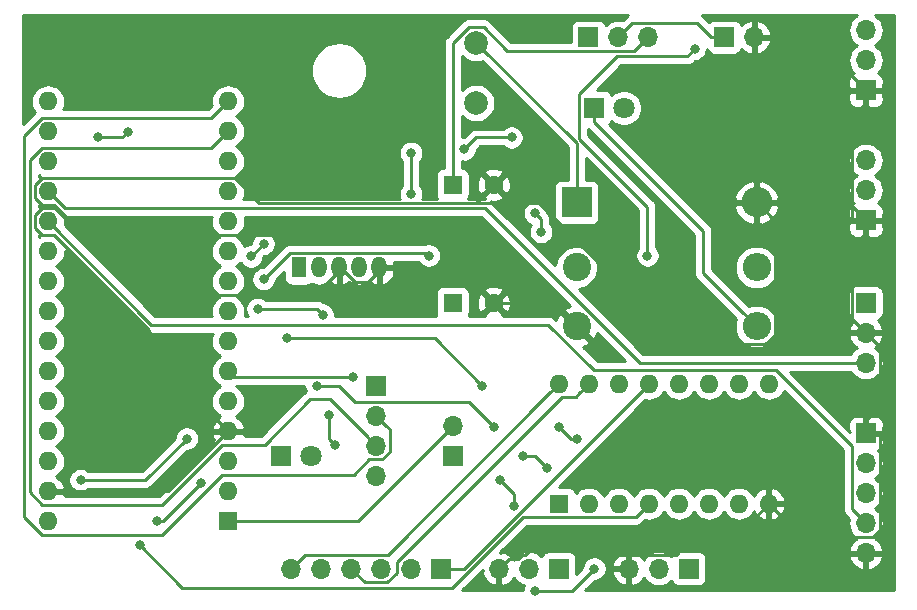
<source format=gtl>
G04 #@! TF.GenerationSoftware,KiCad,Pcbnew,5.1.2-f72e74a~84~ubuntu18.04.1*
G04 #@! TF.CreationDate,2019-07-17T16:29:59+09:00*
G04 #@! TF.ProjectId,OreoMotorController,4f72656f-4d6f-4746-9f72-436f6e74726f,rev?*
G04 #@! TF.SameCoordinates,Original*
G04 #@! TF.FileFunction,Copper,L1,Top*
G04 #@! TF.FilePolarity,Positive*
%FSLAX46Y46*%
G04 Gerber Fmt 4.6, Leading zero omitted, Abs format (unit mm)*
G04 Created by KiCad (PCBNEW 5.1.2-f72e74a~84~ubuntu18.04.1) date 2019-07-17 16:29:59*
%MOMM*%
%LPD*%
G04 APERTURE LIST*
%ADD10C,1.600000*%
%ADD11R,1.600000X1.600000*%
%ADD12O,1.600000X1.600000*%
%ADD13R,1.800000X1.800000*%
%ADD14C,1.800000*%
%ADD15R,2.600000X2.600000*%
%ADD16O,2.600000X2.600000*%
%ADD17R,1.700000X1.700000*%
%ADD18O,1.700000X1.700000*%
%ADD19C,2.000000*%
%ADD20O,2.400000X2.400000*%
%ADD21C,2.400000*%
%ADD22R,1.275000X1.800000*%
%ADD23O,1.275000X1.800000*%
%ADD24C,0.800000*%
%ADD25C,0.250000*%
%ADD26C,0.254000*%
G04 APERTURE END LIST*
D10*
X120500000Y-135000000D03*
D11*
X117000000Y-135000000D03*
X98000000Y-163500000D03*
D12*
X82760000Y-130480000D03*
X98000000Y-160960000D03*
X82760000Y-133020000D03*
X98000000Y-158420000D03*
X82760000Y-135560000D03*
X98000000Y-155880000D03*
X82760000Y-138100000D03*
X98000000Y-153340000D03*
X82760000Y-140640000D03*
X98000000Y-150800000D03*
X82760000Y-143180000D03*
X98000000Y-148260000D03*
X82760000Y-145720000D03*
X98000000Y-145720000D03*
X82760000Y-148260000D03*
X98000000Y-143180000D03*
X82760000Y-150800000D03*
X98000000Y-140640000D03*
X82760000Y-153340000D03*
X98000000Y-138100000D03*
X82760000Y-155880000D03*
X98000000Y-135560000D03*
X82760000Y-158420000D03*
X98000000Y-133020000D03*
X82760000Y-160960000D03*
X98000000Y-130480000D03*
X82760000Y-163500000D03*
X98000000Y-127940000D03*
X82760000Y-127940000D03*
D11*
X117000000Y-145000000D03*
D10*
X120500000Y-145000000D03*
D13*
X102500000Y-158000000D03*
D14*
X105040000Y-158000000D03*
D15*
X127500000Y-136500000D03*
D16*
X142740000Y-136500000D03*
D14*
X131500000Y-128500000D03*
D13*
X128960000Y-128500000D03*
D17*
X116000000Y-167500000D03*
D18*
X113460000Y-167500000D03*
X110920000Y-167500000D03*
X108380000Y-167500000D03*
X105840000Y-167500000D03*
X103300000Y-167500000D03*
D17*
X110500000Y-152000000D03*
D18*
X110500000Y-154540000D03*
X110500000Y-157080000D03*
X110500000Y-159620000D03*
D17*
X140000000Y-122500000D03*
D18*
X142540000Y-122500000D03*
X131920000Y-167500000D03*
X134460000Y-167500000D03*
D17*
X137000000Y-167500000D03*
X126000000Y-167500000D03*
D18*
X123460000Y-167500000D03*
X120920000Y-167500000D03*
D17*
X117000000Y-158000000D03*
D18*
X117000000Y-155460000D03*
D17*
X152000000Y-145000000D03*
D18*
X152000000Y-147540000D03*
X152000000Y-150080000D03*
D17*
X152000000Y-156035001D03*
D18*
X152000000Y-158575001D03*
X152000000Y-161115001D03*
X152000000Y-163655001D03*
X152000000Y-166195001D03*
X152000000Y-121920000D03*
X152000000Y-124460000D03*
D17*
X152000000Y-127000000D03*
X152000000Y-138000000D03*
D18*
X152000000Y-135460000D03*
X152000000Y-132920000D03*
D19*
X119000000Y-123000000D03*
X119000000Y-128080000D03*
D20*
X142740000Y-142000000D03*
D21*
X127500000Y-142000000D03*
X127500000Y-147000000D03*
D20*
X142740000Y-147000000D03*
D18*
X133580000Y-122500000D03*
X131040000Y-122500000D03*
D17*
X128500000Y-122500000D03*
D11*
X126000000Y-162000000D03*
D12*
X143780000Y-151840000D03*
X128540000Y-162000000D03*
X141240000Y-151840000D03*
X131080000Y-162000000D03*
X138700000Y-151840000D03*
X133620000Y-162000000D03*
X136160000Y-151840000D03*
X136160000Y-162000000D03*
X133620000Y-151840000D03*
X138700000Y-162000000D03*
X131080000Y-151840000D03*
X141240000Y-162000000D03*
X128540000Y-151840000D03*
X143780000Y-162000000D03*
X126000000Y-151840000D03*
D22*
X104000000Y-142000000D03*
D23*
X105700000Y-142000000D03*
X107400000Y-142000000D03*
X109100000Y-142000000D03*
X110800000Y-142000000D03*
D24*
X90500000Y-165500000D03*
X85500000Y-160000000D03*
X94500000Y-156500000D03*
X127500000Y-156500000D03*
X126000000Y-155500000D03*
X107032653Y-157032653D03*
X106500000Y-154500000D03*
X108548093Y-151275000D03*
X95739847Y-160239847D03*
X92000000Y-163500000D03*
X124000000Y-169375000D03*
X129000000Y-167500000D03*
X105500000Y-152000000D03*
X120500000Y-155500000D03*
X123000000Y-158000000D03*
X125000000Y-159000000D03*
X101000000Y-143000000D03*
X115000000Y-141000000D03*
X124500000Y-139000000D03*
X124000000Y-137400001D03*
X133500000Y-141000000D03*
X137500000Y-123500000D03*
X106000000Y-146000000D03*
X100500000Y-145500000D03*
X87000000Y-131000000D03*
X89500000Y-130500000D03*
X122217347Y-162217347D03*
X121000000Y-160000000D03*
X119500000Y-152000000D03*
X103000000Y-148000000D03*
X99937347Y-141062653D03*
X101000000Y-140000000D03*
X122000000Y-131000000D03*
X118000000Y-132000000D03*
X113500000Y-132295000D03*
X113500000Y-135799989D03*
D25*
X92920000Y-160960000D02*
X98000000Y-155880000D01*
X82760000Y-160960000D02*
X92920000Y-160960000D01*
X107400000Y-142262500D02*
X107400000Y-142000000D01*
X105357499Y-144305001D02*
X107400000Y-142262500D01*
X83300001Y-136974999D02*
X90630003Y-144305001D01*
X82219999Y-136974999D02*
X83300001Y-136974999D01*
X81634999Y-137559999D02*
X82219999Y-136974999D01*
X90630003Y-144305001D02*
X105357499Y-144305001D01*
X81634999Y-138640001D02*
X81634999Y-137559999D01*
X82219999Y-139225001D02*
X81634999Y-138640001D01*
X83248591Y-139225001D02*
X82219999Y-139225001D01*
X91318600Y-147295010D02*
X83248591Y-139225001D01*
X91318600Y-149198600D02*
X91318600Y-147295010D01*
X98000000Y-155880000D02*
X91318600Y-149198600D01*
X109837490Y-143225010D02*
X110800000Y-142262500D01*
X108701316Y-143225010D02*
X109837490Y-143225010D01*
X107476306Y-142000000D02*
X108701316Y-143225010D01*
X110800000Y-142262500D02*
X110800000Y-142000000D01*
X107400000Y-142000000D02*
X107476306Y-142000000D01*
X119700001Y-144200001D02*
X120500000Y-145000000D01*
X114725001Y-139225001D02*
X119700001Y-144200001D01*
X85788591Y-139225001D02*
X114725001Y-139225001D01*
X118975011Y-136524989D02*
X100629991Y-136524989D01*
X120500000Y-135000000D02*
X118975011Y-136524989D01*
X125500000Y-145000000D02*
X120500000Y-145000000D01*
X127500000Y-147000000D02*
X125500000Y-145000000D01*
X144265001Y-138025001D02*
X144039999Y-137799999D01*
X144265001Y-147732001D02*
X144265001Y-138025001D01*
X136282003Y-148525001D02*
X143472001Y-148525001D01*
X124281991Y-136524989D02*
X136282003Y-148525001D01*
X144039999Y-137799999D02*
X142740000Y-136500000D01*
X98540001Y-134434999D02*
X100629991Y-136524989D01*
X82219999Y-134434999D02*
X98540001Y-134434999D01*
X81634999Y-135019999D02*
X82219999Y-134434999D01*
X81634999Y-136100001D02*
X81634999Y-135019999D01*
X82219999Y-136685001D02*
X81634999Y-136100001D01*
X83248591Y-136685001D02*
X82219999Y-136685001D01*
X85788591Y-139225001D02*
X83248591Y-136685001D01*
X119725001Y-139225001D02*
X85788591Y-139225001D01*
X143472001Y-148525001D02*
X144265001Y-147732001D01*
X100629991Y-136524989D02*
X124281991Y-136524989D01*
X127500000Y-147000000D02*
X119725001Y-139225001D01*
X150500000Y-136500000D02*
X152000000Y-138000000D01*
X142740000Y-136500000D02*
X150500000Y-136500000D01*
X152000000Y-128100000D02*
X152000000Y-127000000D01*
X150824999Y-129275001D02*
X152000000Y-128100000D01*
X150824999Y-137924999D02*
X150824999Y-129275001D01*
X150900000Y-138000000D02*
X150824999Y-137924999D01*
X152000000Y-138000000D02*
X150900000Y-138000000D01*
X150824999Y-140275001D02*
X150824999Y-146364999D01*
X152000000Y-139100000D02*
X150824999Y-140275001D01*
X151150001Y-146690001D02*
X152000000Y-147540000D01*
X150824999Y-146364999D02*
X151150001Y-146690001D01*
X152000000Y-138000000D02*
X152000000Y-139100000D01*
X152000000Y-154935001D02*
X152000000Y-156035001D01*
X153175001Y-153760000D02*
X152000000Y-154935001D01*
X153175001Y-148715001D02*
X153175001Y-153760000D01*
X152000000Y-147540000D02*
X153175001Y-148715001D01*
X144579999Y-162799999D02*
X143780000Y-162000000D01*
X146610002Y-164830002D02*
X144579999Y-162799999D01*
X152564001Y-164830002D02*
X146610002Y-164830002D01*
X153175001Y-164219002D02*
X152564001Y-164830002D01*
X153175001Y-156110002D02*
X153175001Y-164219002D01*
X153100000Y-156035001D02*
X153175001Y-156110002D01*
X152000000Y-156035001D02*
X153100000Y-156035001D01*
X147975001Y-166195001D02*
X152000000Y-166195001D01*
X143780000Y-162000000D02*
X147975001Y-166195001D01*
X122570997Y-166650001D02*
X122895999Y-166324999D01*
X120920000Y-167500000D02*
X121769999Y-166650001D01*
X121769999Y-166650001D02*
X122570997Y-166650001D01*
X147500000Y-122500000D02*
X152000000Y-127000000D01*
X142540000Y-122500000D02*
X147500000Y-122500000D01*
X129324999Y-166324999D02*
X128675001Y-166324999D01*
X135904999Y-166324999D02*
X128675001Y-166324999D01*
X122895999Y-166324999D02*
X123175001Y-166324999D01*
X123175001Y-166324999D02*
X125000000Y-164500000D01*
X126000000Y-164500000D02*
X127824999Y-166324999D01*
X125000000Y-164500000D02*
X126000000Y-164500000D01*
X137729998Y-164500000D02*
X135904999Y-166324999D01*
X141280000Y-164500000D02*
X137729998Y-164500000D01*
X143780000Y-162000000D02*
X141280000Y-164500000D01*
X127824999Y-166324999D02*
X128675001Y-166324999D01*
X129324999Y-166324999D02*
X130500000Y-167500000D01*
X130500000Y-167500000D02*
X131920000Y-167500000D01*
X117000000Y-123038998D02*
X117000000Y-133950000D01*
X118363999Y-121674999D02*
X117000000Y-123038998D01*
X132404999Y-123675001D02*
X121636003Y-123675001D01*
X117000000Y-133950000D02*
X117000000Y-135000000D01*
X119636001Y-121674999D02*
X118363999Y-121674999D01*
X121636003Y-123675001D02*
X119636001Y-121674999D01*
X133580000Y-122500000D02*
X132404999Y-123675001D01*
X108960000Y-163500000D02*
X98000000Y-163500000D01*
X117000000Y-155460000D02*
X108960000Y-163500000D01*
X119732001Y-136974999D02*
X132837002Y-150080000D01*
X150797919Y-150080000D02*
X152000000Y-150080000D01*
X132837002Y-150080000D02*
X150797919Y-150080000D01*
X84174999Y-136974999D02*
X119732001Y-136974999D01*
X82760000Y-135560000D02*
X84174999Y-136974999D01*
X150824999Y-162480000D02*
X151150001Y-162805002D01*
X150824999Y-157145002D02*
X150824999Y-162480000D01*
X144394996Y-150714999D02*
X150824999Y-157145002D01*
X151150001Y-162805002D02*
X152000000Y-163655001D01*
X128957997Y-150714999D02*
X144394996Y-150714999D01*
X125087999Y-146845001D02*
X128957997Y-150714999D01*
X91505001Y-146845001D02*
X125087999Y-146845001D01*
X82760000Y-138100000D02*
X91505001Y-146845001D01*
X94125011Y-169125011D02*
X90500000Y-165500000D01*
X116971399Y-169125011D02*
X94125011Y-169125011D01*
X122971409Y-163125001D02*
X116971399Y-169125011D01*
X133620000Y-162000000D02*
X132494999Y-163125001D01*
X132494999Y-163125001D02*
X122971409Y-163125001D01*
X85500000Y-160000000D02*
X91000000Y-160000000D01*
X91000000Y-160000000D02*
X94500000Y-156500000D01*
X127500000Y-156500000D02*
X127000000Y-156500000D01*
X127000000Y-156500000D02*
X126000000Y-155500000D01*
X107032653Y-157032653D02*
X106500000Y-156500000D01*
X106500000Y-156500000D02*
X106500000Y-154500000D01*
X98475000Y-151275000D02*
X98000000Y-150800000D01*
X108548093Y-151275000D02*
X98475000Y-151275000D01*
X95739847Y-160239847D02*
X92479694Y-163500000D01*
X92479694Y-163500000D02*
X92000000Y-163500000D01*
X124000000Y-169375000D02*
X127125000Y-169375000D01*
X127125000Y-169375000D02*
X129000000Y-167500000D01*
X118364999Y-153364999D02*
X120500000Y-155500000D01*
X108713999Y-153364999D02*
X118364999Y-153364999D01*
X105500000Y-152000000D02*
X107349000Y-152000000D01*
X107349000Y-152000000D02*
X108713999Y-153364999D01*
X123000000Y-158000000D02*
X124000000Y-158000000D01*
X124000000Y-158000000D02*
X125000000Y-159000000D01*
X114774990Y-140774990D02*
X115000000Y-141000000D01*
X101000000Y-143000000D02*
X103225010Y-140774990D01*
X103225010Y-140774990D02*
X114774990Y-140774990D01*
X124500000Y-139000000D02*
X124500000Y-137900001D01*
X124500000Y-137900001D02*
X124000000Y-137400001D01*
X133500000Y-136863590D02*
X127734999Y-131098589D01*
X133500000Y-141000000D02*
X133500000Y-136863590D01*
X127734999Y-131098589D02*
X127734999Y-127339999D01*
X127734999Y-127339999D02*
X130949987Y-124125011D01*
X130949987Y-124125011D02*
X136874989Y-124125011D01*
X136874989Y-124125011D02*
X137500000Y-123500000D01*
X106000000Y-146000000D02*
X105500000Y-145500000D01*
X105500000Y-145500000D02*
X100500000Y-145500000D01*
X87000000Y-131000000D02*
X89000000Y-131000000D01*
X89000000Y-131000000D02*
X89500000Y-130500000D01*
X122217347Y-162217347D02*
X122217347Y-161217347D01*
X122217347Y-161217347D02*
X121000000Y-160000000D01*
X108785002Y-148000000D02*
X103000000Y-148000000D01*
X119500000Y-152000000D02*
X115500000Y-148000000D01*
X115500000Y-148000000D02*
X108785002Y-148000000D01*
X99937347Y-141062653D02*
X101000000Y-140000000D01*
X109650001Y-156230001D02*
X110500000Y-157080000D01*
X106595001Y-153175001D02*
X109650001Y-156230001D01*
X104939997Y-153175001D02*
X106595001Y-153175001D01*
X97511409Y-157005001D02*
X101109997Y-157005001D01*
X92431409Y-162085001D02*
X97511409Y-157005001D01*
X82219999Y-162085001D02*
X92431409Y-162085001D01*
X101109997Y-157005001D02*
X104939997Y-153175001D01*
X81184989Y-161049991D02*
X82219999Y-162085001D01*
X81184989Y-132930009D02*
X81184989Y-161049991D01*
X82219999Y-131894999D02*
X81184989Y-132930009D01*
X96585001Y-131894999D02*
X82219999Y-131894999D01*
X98000000Y-130480000D02*
X96585001Y-131894999D01*
X111675001Y-155715001D02*
X111349999Y-155389999D01*
X109935999Y-158255001D02*
X111064001Y-158255001D01*
X97459999Y-159545001D02*
X108645999Y-159545001D01*
X92379999Y-164625001D02*
X97459999Y-159545001D01*
X111675001Y-157644001D02*
X111675001Y-155715001D01*
X111064001Y-158255001D02*
X111675001Y-157644001D01*
X82219999Y-164625001D02*
X92379999Y-164625001D01*
X80734980Y-163139982D02*
X82219999Y-164625001D01*
X80734980Y-130840018D02*
X80734980Y-163139982D01*
X82219999Y-129354999D02*
X80734980Y-130840018D01*
X111349999Y-155389999D02*
X110500000Y-154540000D01*
X96585001Y-129354999D02*
X82219999Y-129354999D01*
X108645999Y-159545001D02*
X109935999Y-158255001D01*
X98000000Y-127940000D02*
X96585001Y-129354999D01*
X127500000Y-131500000D02*
X127500000Y-136500000D01*
X119000000Y-123000000D02*
X127500000Y-131500000D01*
X122000000Y-131000000D02*
X119000000Y-131000000D01*
X119000000Y-131000000D02*
X118000000Y-132000000D01*
X113500000Y-132295000D02*
X113500000Y-135799989D01*
X141540001Y-145800001D02*
X142740000Y-147000000D01*
X138224991Y-142484991D02*
X141540001Y-145800001D01*
X138224991Y-138914991D02*
X138224991Y-142484991D01*
X128960000Y-129650000D02*
X138224991Y-138914991D01*
X128960000Y-128500000D02*
X128960000Y-129650000D01*
X117960000Y-167500000D02*
X133620000Y-151840000D01*
X116000000Y-167500000D02*
X117960000Y-167500000D01*
X127740001Y-152639999D02*
X128540000Y-151840000D01*
X127414999Y-152965001D02*
X127740001Y-152639999D01*
X126255997Y-152965001D02*
X127414999Y-152965001D01*
X112284999Y-166935999D02*
X126255997Y-152965001D01*
X112284999Y-167874003D02*
X112284999Y-166935999D01*
X111484001Y-168675001D02*
X112284999Y-167874003D01*
X109555001Y-168675001D02*
X111484001Y-168675001D01*
X108380000Y-167500000D02*
X109555001Y-168675001D01*
X125200001Y-152639999D02*
X126000000Y-151840000D01*
X111515001Y-166324999D02*
X125200001Y-152639999D01*
X104475001Y-166324999D02*
X111515001Y-166324999D01*
X103300000Y-167500000D02*
X104475001Y-166324999D01*
X137724999Y-121324999D02*
X138900000Y-122500000D01*
X138900000Y-122500000D02*
X140000000Y-122500000D01*
X132215001Y-121324999D02*
X137724999Y-121324999D01*
X131040000Y-122500000D02*
X132215001Y-121324999D01*
D26*
G36*
X151170986Y-120679294D02*
G01*
X150944866Y-120864866D01*
X150759294Y-121090986D01*
X150621401Y-121348966D01*
X150536487Y-121628889D01*
X150507815Y-121920000D01*
X150536487Y-122211111D01*
X150621401Y-122491034D01*
X150759294Y-122749014D01*
X150944866Y-122975134D01*
X151170986Y-123160706D01*
X151225791Y-123190000D01*
X151170986Y-123219294D01*
X150944866Y-123404866D01*
X150759294Y-123630986D01*
X150621401Y-123888966D01*
X150536487Y-124168889D01*
X150507815Y-124460000D01*
X150536487Y-124751111D01*
X150621401Y-125031034D01*
X150759294Y-125289014D01*
X150944866Y-125515134D01*
X150974687Y-125539607D01*
X150905820Y-125560498D01*
X150795506Y-125619463D01*
X150698815Y-125698815D01*
X150619463Y-125795506D01*
X150560498Y-125905820D01*
X150524188Y-126025518D01*
X150511928Y-126150000D01*
X150515000Y-126714250D01*
X150673750Y-126873000D01*
X151873000Y-126873000D01*
X151873000Y-126853000D01*
X152127000Y-126853000D01*
X152127000Y-126873000D01*
X153326250Y-126873000D01*
X153485000Y-126714250D01*
X153488072Y-126150000D01*
X153475812Y-126025518D01*
X153439502Y-125905820D01*
X153380537Y-125795506D01*
X153301185Y-125698815D01*
X153204494Y-125619463D01*
X153094180Y-125560498D01*
X153025313Y-125539607D01*
X153055134Y-125515134D01*
X153240706Y-125289014D01*
X153378599Y-125031034D01*
X153463513Y-124751111D01*
X153492185Y-124460000D01*
X153463513Y-124168889D01*
X153378599Y-123888966D01*
X153240706Y-123630986D01*
X153055134Y-123404866D01*
X152829014Y-123219294D01*
X152774209Y-123190000D01*
X152829014Y-123160706D01*
X153055134Y-122975134D01*
X153240706Y-122749014D01*
X153378599Y-122491034D01*
X153463513Y-122211111D01*
X153492185Y-121920000D01*
X153463513Y-121628889D01*
X153378599Y-121348966D01*
X153240706Y-121090986D01*
X153055134Y-120864866D01*
X152829014Y-120679294D01*
X152792917Y-120660000D01*
X154340001Y-120660000D01*
X154340000Y-169340000D01*
X128234802Y-169340000D01*
X129039802Y-168535000D01*
X129101939Y-168535000D01*
X129301898Y-168495226D01*
X129490256Y-168417205D01*
X129659774Y-168303937D01*
X129803937Y-168159774D01*
X129917205Y-167990256D01*
X129972446Y-167856891D01*
X130478519Y-167856891D01*
X130575843Y-168131252D01*
X130724822Y-168381355D01*
X130919731Y-168597588D01*
X131153080Y-168771641D01*
X131415901Y-168896825D01*
X131563110Y-168941476D01*
X131793000Y-168820155D01*
X131793000Y-167627000D01*
X130599186Y-167627000D01*
X130478519Y-167856891D01*
X129972446Y-167856891D01*
X129995226Y-167801898D01*
X130035000Y-167601939D01*
X130035000Y-167398061D01*
X129995226Y-167198102D01*
X129972447Y-167143109D01*
X130478519Y-167143109D01*
X130599186Y-167373000D01*
X131793000Y-167373000D01*
X131793000Y-166179845D01*
X132047000Y-166179845D01*
X132047000Y-167373000D01*
X132067000Y-167373000D01*
X132067000Y-167627000D01*
X132047000Y-167627000D01*
X132047000Y-168820155D01*
X132276890Y-168941476D01*
X132424099Y-168896825D01*
X132686920Y-168771641D01*
X132920269Y-168597588D01*
X133115178Y-168381355D01*
X133184799Y-168264477D01*
X133219294Y-168329014D01*
X133404866Y-168555134D01*
X133630986Y-168740706D01*
X133888966Y-168878599D01*
X134168889Y-168963513D01*
X134387050Y-168985000D01*
X134532950Y-168985000D01*
X134751111Y-168963513D01*
X135031034Y-168878599D01*
X135289014Y-168740706D01*
X135515134Y-168555134D01*
X135539607Y-168525313D01*
X135560498Y-168594180D01*
X135619463Y-168704494D01*
X135698815Y-168801185D01*
X135795506Y-168880537D01*
X135905820Y-168939502D01*
X136025518Y-168975812D01*
X136150000Y-168988072D01*
X137850000Y-168988072D01*
X137974482Y-168975812D01*
X138094180Y-168939502D01*
X138204494Y-168880537D01*
X138301185Y-168801185D01*
X138380537Y-168704494D01*
X138439502Y-168594180D01*
X138475812Y-168474482D01*
X138488072Y-168350000D01*
X138488072Y-166650000D01*
X138478410Y-166551891D01*
X150558524Y-166551891D01*
X150603175Y-166699100D01*
X150728359Y-166961921D01*
X150902412Y-167195270D01*
X151118645Y-167390179D01*
X151368748Y-167539158D01*
X151643109Y-167636482D01*
X151873000Y-167515815D01*
X151873000Y-166322001D01*
X152127000Y-166322001D01*
X152127000Y-167515815D01*
X152356891Y-167636482D01*
X152631252Y-167539158D01*
X152881355Y-167390179D01*
X153097588Y-167195270D01*
X153271641Y-166961921D01*
X153396825Y-166699100D01*
X153441476Y-166551891D01*
X153320155Y-166322001D01*
X152127000Y-166322001D01*
X151873000Y-166322001D01*
X150679845Y-166322001D01*
X150558524Y-166551891D01*
X138478410Y-166551891D01*
X138475812Y-166525518D01*
X138439502Y-166405820D01*
X138380537Y-166295506D01*
X138301185Y-166198815D01*
X138204494Y-166119463D01*
X138094180Y-166060498D01*
X137974482Y-166024188D01*
X137850000Y-166011928D01*
X136150000Y-166011928D01*
X136025518Y-166024188D01*
X135905820Y-166060498D01*
X135795506Y-166119463D01*
X135698815Y-166198815D01*
X135619463Y-166295506D01*
X135560498Y-166405820D01*
X135539607Y-166474687D01*
X135515134Y-166444866D01*
X135289014Y-166259294D01*
X135031034Y-166121401D01*
X134751111Y-166036487D01*
X134532950Y-166015000D01*
X134387050Y-166015000D01*
X134168889Y-166036487D01*
X133888966Y-166121401D01*
X133630986Y-166259294D01*
X133404866Y-166444866D01*
X133219294Y-166670986D01*
X133184799Y-166735523D01*
X133115178Y-166618645D01*
X132920269Y-166402412D01*
X132686920Y-166228359D01*
X132424099Y-166103175D01*
X132276890Y-166058524D01*
X132047000Y-166179845D01*
X131793000Y-166179845D01*
X131563110Y-166058524D01*
X131415901Y-166103175D01*
X131153080Y-166228359D01*
X130919731Y-166402412D01*
X130724822Y-166618645D01*
X130575843Y-166868748D01*
X130478519Y-167143109D01*
X129972447Y-167143109D01*
X129917205Y-167009744D01*
X129803937Y-166840226D01*
X129659774Y-166696063D01*
X129490256Y-166582795D01*
X129301898Y-166504774D01*
X129101939Y-166465000D01*
X128898061Y-166465000D01*
X128698102Y-166504774D01*
X128509744Y-166582795D01*
X128340226Y-166696063D01*
X128196063Y-166840226D01*
X128082795Y-167009744D01*
X128004774Y-167198102D01*
X127965000Y-167398061D01*
X127965000Y-167460198D01*
X127488072Y-167937126D01*
X127488072Y-166650000D01*
X127475812Y-166525518D01*
X127439502Y-166405820D01*
X127380537Y-166295506D01*
X127301185Y-166198815D01*
X127204494Y-166119463D01*
X127094180Y-166060498D01*
X126974482Y-166024188D01*
X126850000Y-166011928D01*
X125150000Y-166011928D01*
X125025518Y-166024188D01*
X124905820Y-166060498D01*
X124795506Y-166119463D01*
X124698815Y-166198815D01*
X124619463Y-166295506D01*
X124560498Y-166405820D01*
X124539607Y-166474687D01*
X124515134Y-166444866D01*
X124289014Y-166259294D01*
X124031034Y-166121401D01*
X123751111Y-166036487D01*
X123532950Y-166015000D01*
X123387050Y-166015000D01*
X123168889Y-166036487D01*
X122888966Y-166121401D01*
X122630986Y-166259294D01*
X122404866Y-166444866D01*
X122219294Y-166670986D01*
X122184799Y-166735523D01*
X122115178Y-166618645D01*
X121920269Y-166402412D01*
X121686920Y-166228359D01*
X121424099Y-166103175D01*
X121276890Y-166058524D01*
X121047002Y-166179844D01*
X121047002Y-166124210D01*
X123286211Y-163885001D01*
X132457677Y-163885001D01*
X132494999Y-163888677D01*
X132532321Y-163885001D01*
X132532332Y-163885001D01*
X132643985Y-163874004D01*
X132787246Y-163830547D01*
X132919275Y-163759975D01*
X133035000Y-163665002D01*
X133058803Y-163635999D01*
X133294094Y-163400708D01*
X133338691Y-163414236D01*
X133549508Y-163435000D01*
X133690492Y-163435000D01*
X133901309Y-163414236D01*
X134171808Y-163332182D01*
X134421101Y-163198932D01*
X134639608Y-163019608D01*
X134818932Y-162801101D01*
X134890000Y-162668142D01*
X134961068Y-162801101D01*
X135140392Y-163019608D01*
X135358899Y-163198932D01*
X135608192Y-163332182D01*
X135878691Y-163414236D01*
X136089508Y-163435000D01*
X136230492Y-163435000D01*
X136441309Y-163414236D01*
X136711808Y-163332182D01*
X136961101Y-163198932D01*
X137179608Y-163019608D01*
X137358932Y-162801101D01*
X137430000Y-162668142D01*
X137501068Y-162801101D01*
X137680392Y-163019608D01*
X137898899Y-163198932D01*
X138148192Y-163332182D01*
X138418691Y-163414236D01*
X138629508Y-163435000D01*
X138770492Y-163435000D01*
X138981309Y-163414236D01*
X139251808Y-163332182D01*
X139501101Y-163198932D01*
X139719608Y-163019608D01*
X139898932Y-162801101D01*
X139970000Y-162668142D01*
X140041068Y-162801101D01*
X140220392Y-163019608D01*
X140438899Y-163198932D01*
X140688192Y-163332182D01*
X140958691Y-163414236D01*
X141169508Y-163435000D01*
X141310492Y-163435000D01*
X141521309Y-163414236D01*
X141791808Y-163332182D01*
X142041101Y-163198932D01*
X142259608Y-163019608D01*
X142438932Y-162801101D01*
X142512579Y-162663318D01*
X142627615Y-162855131D01*
X142816586Y-163063519D01*
X143042580Y-163231037D01*
X143296913Y-163351246D01*
X143430961Y-163391904D01*
X143653000Y-163269915D01*
X143653000Y-162127000D01*
X143907000Y-162127000D01*
X143907000Y-163269915D01*
X144129039Y-163391904D01*
X144263087Y-163351246D01*
X144517420Y-163231037D01*
X144743414Y-163063519D01*
X144932385Y-162855131D01*
X145077070Y-162613881D01*
X145171909Y-162349040D01*
X145050624Y-162127000D01*
X143907000Y-162127000D01*
X143653000Y-162127000D01*
X143633000Y-162127000D01*
X143633000Y-161873000D01*
X143653000Y-161873000D01*
X143653000Y-160730085D01*
X143907000Y-160730085D01*
X143907000Y-161873000D01*
X145050624Y-161873000D01*
X145171909Y-161650960D01*
X145077070Y-161386119D01*
X144932385Y-161144869D01*
X144743414Y-160936481D01*
X144517420Y-160768963D01*
X144263087Y-160648754D01*
X144129039Y-160608096D01*
X143907000Y-160730085D01*
X143653000Y-160730085D01*
X143430961Y-160608096D01*
X143296913Y-160648754D01*
X143042580Y-160768963D01*
X142816586Y-160936481D01*
X142627615Y-161144869D01*
X142512579Y-161336682D01*
X142438932Y-161198899D01*
X142259608Y-160980392D01*
X142041101Y-160801068D01*
X141791808Y-160667818D01*
X141521309Y-160585764D01*
X141310492Y-160565000D01*
X141169508Y-160565000D01*
X140958691Y-160585764D01*
X140688192Y-160667818D01*
X140438899Y-160801068D01*
X140220392Y-160980392D01*
X140041068Y-161198899D01*
X139970000Y-161331858D01*
X139898932Y-161198899D01*
X139719608Y-160980392D01*
X139501101Y-160801068D01*
X139251808Y-160667818D01*
X138981309Y-160585764D01*
X138770492Y-160565000D01*
X138629508Y-160565000D01*
X138418691Y-160585764D01*
X138148192Y-160667818D01*
X137898899Y-160801068D01*
X137680392Y-160980392D01*
X137501068Y-161198899D01*
X137430000Y-161331858D01*
X137358932Y-161198899D01*
X137179608Y-160980392D01*
X136961101Y-160801068D01*
X136711808Y-160667818D01*
X136441309Y-160585764D01*
X136230492Y-160565000D01*
X136089508Y-160565000D01*
X135878691Y-160585764D01*
X135608192Y-160667818D01*
X135358899Y-160801068D01*
X135140392Y-160980392D01*
X134961068Y-161198899D01*
X134890000Y-161331858D01*
X134818932Y-161198899D01*
X134639608Y-160980392D01*
X134421101Y-160801068D01*
X134171808Y-160667818D01*
X133901309Y-160585764D01*
X133690492Y-160565000D01*
X133549508Y-160565000D01*
X133338691Y-160585764D01*
X133068192Y-160667818D01*
X132818899Y-160801068D01*
X132600392Y-160980392D01*
X132421068Y-161198899D01*
X132350000Y-161331858D01*
X132278932Y-161198899D01*
X132099608Y-160980392D01*
X131881101Y-160801068D01*
X131631808Y-160667818D01*
X131361309Y-160585764D01*
X131150492Y-160565000D01*
X131009508Y-160565000D01*
X130798691Y-160585764D01*
X130528192Y-160667818D01*
X130278899Y-160801068D01*
X130060392Y-160980392D01*
X129881068Y-161198899D01*
X129810000Y-161331858D01*
X129738932Y-161198899D01*
X129559608Y-160980392D01*
X129341101Y-160801068D01*
X129091808Y-160667818D01*
X128821309Y-160585764D01*
X128610492Y-160565000D01*
X128469508Y-160565000D01*
X128258691Y-160585764D01*
X127988192Y-160667818D01*
X127738899Y-160801068D01*
X127520392Y-160980392D01*
X127427581Y-161093482D01*
X127425812Y-161075518D01*
X127389502Y-160955820D01*
X127330537Y-160845506D01*
X127251185Y-160748815D01*
X127154494Y-160669463D01*
X127044180Y-160610498D01*
X126924482Y-160574188D01*
X126800000Y-160561928D01*
X125972874Y-160561928D01*
X133294095Y-153240708D01*
X133338691Y-153254236D01*
X133549508Y-153275000D01*
X133690492Y-153275000D01*
X133901309Y-153254236D01*
X134171808Y-153172182D01*
X134421101Y-153038932D01*
X134639608Y-152859608D01*
X134818932Y-152641101D01*
X134890000Y-152508142D01*
X134961068Y-152641101D01*
X135140392Y-152859608D01*
X135358899Y-153038932D01*
X135608192Y-153172182D01*
X135878691Y-153254236D01*
X136089508Y-153275000D01*
X136230492Y-153275000D01*
X136441309Y-153254236D01*
X136711808Y-153172182D01*
X136961101Y-153038932D01*
X137179608Y-152859608D01*
X137358932Y-152641101D01*
X137430000Y-152508142D01*
X137501068Y-152641101D01*
X137680392Y-152859608D01*
X137898899Y-153038932D01*
X138148192Y-153172182D01*
X138418691Y-153254236D01*
X138629508Y-153275000D01*
X138770492Y-153275000D01*
X138981309Y-153254236D01*
X139251808Y-153172182D01*
X139501101Y-153038932D01*
X139719608Y-152859608D01*
X139898932Y-152641101D01*
X139970000Y-152508142D01*
X140041068Y-152641101D01*
X140220392Y-152859608D01*
X140438899Y-153038932D01*
X140688192Y-153172182D01*
X140958691Y-153254236D01*
X141169508Y-153275000D01*
X141310492Y-153275000D01*
X141521309Y-153254236D01*
X141791808Y-153172182D01*
X142041101Y-153038932D01*
X142259608Y-152859608D01*
X142438932Y-152641101D01*
X142510000Y-152508142D01*
X142581068Y-152641101D01*
X142760392Y-152859608D01*
X142978899Y-153038932D01*
X143228192Y-153172182D01*
X143498691Y-153254236D01*
X143709508Y-153275000D01*
X143850492Y-153275000D01*
X144061309Y-153254236D01*
X144331808Y-153172182D01*
X144581101Y-153038932D01*
X144799608Y-152859608D01*
X144978932Y-152641101D01*
X145072062Y-152466867D01*
X150064999Y-157459805D01*
X150065000Y-162442668D01*
X150061323Y-162480000D01*
X150065000Y-162517333D01*
X150075997Y-162628986D01*
X150084196Y-162656015D01*
X150119453Y-162772246D01*
X150190025Y-162904276D01*
X150261196Y-162990997D01*
X150284999Y-163020001D01*
X150313997Y-163043799D01*
X150559203Y-163289005D01*
X150536487Y-163363890D01*
X150507815Y-163655001D01*
X150536487Y-163946112D01*
X150621401Y-164226035D01*
X150759294Y-164484015D01*
X150944866Y-164710135D01*
X151170986Y-164895707D01*
X151235523Y-164930202D01*
X151118645Y-164999823D01*
X150902412Y-165194732D01*
X150728359Y-165428081D01*
X150603175Y-165690902D01*
X150558524Y-165838111D01*
X150679845Y-166068001D01*
X151873000Y-166068001D01*
X151873000Y-166048001D01*
X152127000Y-166048001D01*
X152127000Y-166068001D01*
X153320155Y-166068001D01*
X153441476Y-165838111D01*
X153396825Y-165690902D01*
X153271641Y-165428081D01*
X153097588Y-165194732D01*
X152881355Y-164999823D01*
X152764477Y-164930202D01*
X152829014Y-164895707D01*
X153055134Y-164710135D01*
X153240706Y-164484015D01*
X153378599Y-164226035D01*
X153463513Y-163946112D01*
X153492185Y-163655001D01*
X153463513Y-163363890D01*
X153378599Y-163083967D01*
X153240706Y-162825987D01*
X153055134Y-162599867D01*
X152829014Y-162414295D01*
X152774209Y-162385001D01*
X152829014Y-162355707D01*
X153055134Y-162170135D01*
X153240706Y-161944015D01*
X153378599Y-161686035D01*
X153463513Y-161406112D01*
X153492185Y-161115001D01*
X153463513Y-160823890D01*
X153378599Y-160543967D01*
X153240706Y-160285987D01*
X153055134Y-160059867D01*
X152829014Y-159874295D01*
X152774209Y-159845001D01*
X152829014Y-159815707D01*
X153055134Y-159630135D01*
X153240706Y-159404015D01*
X153378599Y-159146035D01*
X153463513Y-158866112D01*
X153492185Y-158575001D01*
X153463513Y-158283890D01*
X153378599Y-158003967D01*
X153240706Y-157745987D01*
X153055134Y-157519867D01*
X153025313Y-157495394D01*
X153094180Y-157474503D01*
X153204494Y-157415538D01*
X153301185Y-157336186D01*
X153380537Y-157239495D01*
X153439502Y-157129181D01*
X153475812Y-157009483D01*
X153488072Y-156885001D01*
X153485000Y-156320751D01*
X153326250Y-156162001D01*
X152127000Y-156162001D01*
X152127000Y-156182001D01*
X151873000Y-156182001D01*
X151873000Y-156162001D01*
X151853000Y-156162001D01*
X151853000Y-155908001D01*
X151873000Y-155908001D01*
X151873000Y-154708751D01*
X152127000Y-154708751D01*
X152127000Y-155908001D01*
X153326250Y-155908001D01*
X153485000Y-155749251D01*
X153488072Y-155185001D01*
X153475812Y-155060519D01*
X153439502Y-154940821D01*
X153380537Y-154830507D01*
X153301185Y-154733816D01*
X153204494Y-154654464D01*
X153094180Y-154595499D01*
X152974482Y-154559189D01*
X152850000Y-154546929D01*
X152285750Y-154550001D01*
X152127000Y-154708751D01*
X151873000Y-154708751D01*
X151714250Y-154550001D01*
X151150000Y-154546929D01*
X151025518Y-154559189D01*
X150905820Y-154595499D01*
X150795506Y-154654464D01*
X150698815Y-154733816D01*
X150619463Y-154830507D01*
X150560498Y-154940821D01*
X150524188Y-155060519D01*
X150511928Y-155185001D01*
X150515000Y-155749251D01*
X150673748Y-155907999D01*
X150662799Y-155907999D01*
X145594798Y-150840000D01*
X150722405Y-150840000D01*
X150759294Y-150909014D01*
X150944866Y-151135134D01*
X151170986Y-151320706D01*
X151428966Y-151458599D01*
X151708889Y-151543513D01*
X151927050Y-151565000D01*
X152072950Y-151565000D01*
X152291111Y-151543513D01*
X152571034Y-151458599D01*
X152829014Y-151320706D01*
X153055134Y-151135134D01*
X153240706Y-150909014D01*
X153378599Y-150651034D01*
X153463513Y-150371111D01*
X153492185Y-150080000D01*
X153463513Y-149788889D01*
X153378599Y-149508966D01*
X153240706Y-149250986D01*
X153055134Y-149024866D01*
X152829014Y-148839294D01*
X152764477Y-148804799D01*
X152881355Y-148735178D01*
X153097588Y-148540269D01*
X153271641Y-148306920D01*
X153396825Y-148044099D01*
X153441476Y-147896890D01*
X153320155Y-147667000D01*
X152127000Y-147667000D01*
X152127000Y-147687000D01*
X151873000Y-147687000D01*
X151873000Y-147667000D01*
X150679845Y-147667000D01*
X150558524Y-147896890D01*
X150603175Y-148044099D01*
X150728359Y-148306920D01*
X150902412Y-148540269D01*
X151118645Y-148735178D01*
X151235523Y-148804799D01*
X151170986Y-148839294D01*
X150944866Y-149024866D01*
X150759294Y-149250986D01*
X150722405Y-149320000D01*
X133151804Y-149320000D01*
X127666804Y-143835000D01*
X127680732Y-143835000D01*
X128035250Y-143764482D01*
X128369199Y-143626156D01*
X128669744Y-143425338D01*
X128925338Y-143169744D01*
X129126156Y-142869199D01*
X129264482Y-142535250D01*
X129335000Y-142180732D01*
X129335000Y-141819268D01*
X129264482Y-141464750D01*
X129126156Y-141130801D01*
X128925338Y-140830256D01*
X128669744Y-140574662D01*
X128369199Y-140373844D01*
X128035250Y-140235518D01*
X127680732Y-140165000D01*
X127319268Y-140165000D01*
X126964750Y-140235518D01*
X126630801Y-140373844D01*
X126330256Y-140574662D01*
X126074662Y-140830256D01*
X125873844Y-141130801D01*
X125735518Y-141464750D01*
X125665000Y-141819268D01*
X125665000Y-141833197D01*
X121129865Y-137298062D01*
X122965000Y-137298062D01*
X122965000Y-137501940D01*
X123004774Y-137701899D01*
X123082795Y-137890257D01*
X123196063Y-138059775D01*
X123340226Y-138203938D01*
X123509744Y-138317206D01*
X123667721Y-138382643D01*
X123582795Y-138509744D01*
X123504774Y-138698102D01*
X123465000Y-138898061D01*
X123465000Y-139101939D01*
X123504774Y-139301898D01*
X123582795Y-139490256D01*
X123696063Y-139659774D01*
X123840226Y-139803937D01*
X124009744Y-139917205D01*
X124198102Y-139995226D01*
X124398061Y-140035000D01*
X124601939Y-140035000D01*
X124801898Y-139995226D01*
X124990256Y-139917205D01*
X125159774Y-139803937D01*
X125303937Y-139659774D01*
X125417205Y-139490256D01*
X125495226Y-139301898D01*
X125535000Y-139101939D01*
X125535000Y-138898061D01*
X125495226Y-138698102D01*
X125417205Y-138509744D01*
X125303937Y-138340226D01*
X125260000Y-138296289D01*
X125260000Y-137937326D01*
X125263676Y-137900001D01*
X125260000Y-137862676D01*
X125260000Y-137862668D01*
X125249003Y-137751015D01*
X125205546Y-137607754D01*
X125134974Y-137475725D01*
X125040001Y-137360000D01*
X125035000Y-137355896D01*
X125035000Y-137298062D01*
X124995226Y-137098103D01*
X124917205Y-136909745D01*
X124803937Y-136740227D01*
X124659774Y-136596064D01*
X124490256Y-136482796D01*
X124301898Y-136404775D01*
X124101939Y-136365001D01*
X123898061Y-136365001D01*
X123698102Y-136404775D01*
X123509744Y-136482796D01*
X123340226Y-136596064D01*
X123196063Y-136740227D01*
X123082795Y-136909745D01*
X123004774Y-137098103D01*
X122965000Y-137298062D01*
X121129865Y-137298062D01*
X120295805Y-136464002D01*
X120272002Y-136434998D01*
X120249627Y-136416635D01*
X120288184Y-136426300D01*
X120570512Y-136440217D01*
X120850130Y-136398787D01*
X121116292Y-136303603D01*
X121241514Y-136236671D01*
X121313097Y-135992702D01*
X120500000Y-135179605D01*
X119686903Y-135992702D01*
X119751615Y-136213255D01*
X119732001Y-136211323D01*
X119694679Y-136214999D01*
X118280882Y-136214999D01*
X118330537Y-136154494D01*
X118389502Y-136044180D01*
X118425812Y-135924482D01*
X118438072Y-135800000D01*
X118438072Y-135070512D01*
X119059783Y-135070512D01*
X119101213Y-135350130D01*
X119196397Y-135616292D01*
X119263329Y-135741514D01*
X119507298Y-135813097D01*
X120320395Y-135000000D01*
X120679605Y-135000000D01*
X121492702Y-135813097D01*
X121736671Y-135741514D01*
X121857571Y-135486004D01*
X121926300Y-135211816D01*
X121940217Y-134929488D01*
X121898787Y-134649870D01*
X121803603Y-134383708D01*
X121736671Y-134258486D01*
X121492702Y-134186903D01*
X120679605Y-135000000D01*
X120320395Y-135000000D01*
X119507298Y-134186903D01*
X119263329Y-134258486D01*
X119142429Y-134513996D01*
X119073700Y-134788184D01*
X119059783Y-135070512D01*
X118438072Y-135070512D01*
X118438072Y-134200000D01*
X118425812Y-134075518D01*
X118405118Y-134007298D01*
X119686903Y-134007298D01*
X120500000Y-134820395D01*
X121313097Y-134007298D01*
X121241514Y-133763329D01*
X120986004Y-133642429D01*
X120711816Y-133573700D01*
X120429488Y-133559783D01*
X120149870Y-133601213D01*
X119883708Y-133696397D01*
X119758486Y-133763329D01*
X119686903Y-134007298D01*
X118405118Y-134007298D01*
X118389502Y-133955820D01*
X118330537Y-133845506D01*
X118251185Y-133748815D01*
X118154494Y-133669463D01*
X118044180Y-133610498D01*
X117924482Y-133574188D01*
X117800000Y-133561928D01*
X117760000Y-133561928D01*
X117760000Y-133007538D01*
X117898061Y-133035000D01*
X118101939Y-133035000D01*
X118301898Y-132995226D01*
X118490256Y-132917205D01*
X118659774Y-132803937D01*
X118803937Y-132659774D01*
X118917205Y-132490256D01*
X118995226Y-132301898D01*
X119035000Y-132101939D01*
X119035000Y-132039801D01*
X119314802Y-131760000D01*
X121296289Y-131760000D01*
X121340226Y-131803937D01*
X121509744Y-131917205D01*
X121698102Y-131995226D01*
X121898061Y-132035000D01*
X122101939Y-132035000D01*
X122301898Y-131995226D01*
X122490256Y-131917205D01*
X122659774Y-131803937D01*
X122803937Y-131659774D01*
X122917205Y-131490256D01*
X122995226Y-131301898D01*
X123035000Y-131101939D01*
X123035000Y-130898061D01*
X122995226Y-130698102D01*
X122917205Y-130509744D01*
X122803937Y-130340226D01*
X122659774Y-130196063D01*
X122490256Y-130082795D01*
X122301898Y-130004774D01*
X122101939Y-129965000D01*
X121898061Y-129965000D01*
X121698102Y-130004774D01*
X121509744Y-130082795D01*
X121340226Y-130196063D01*
X121296289Y-130240000D01*
X119037333Y-130240000D01*
X119000000Y-130236323D01*
X118962667Y-130240000D01*
X118851014Y-130250997D01*
X118707753Y-130294454D01*
X118575724Y-130365026D01*
X118459999Y-130459999D01*
X118436201Y-130488997D01*
X117960199Y-130965000D01*
X117898061Y-130965000D01*
X117760000Y-130992462D01*
X117760000Y-129152239D01*
X117957748Y-129349987D01*
X118225537Y-129528918D01*
X118523088Y-129652168D01*
X118838967Y-129715000D01*
X119161033Y-129715000D01*
X119476912Y-129652168D01*
X119774463Y-129528918D01*
X120042252Y-129349987D01*
X120269987Y-129122252D01*
X120448918Y-128854463D01*
X120572168Y-128556912D01*
X120635000Y-128241033D01*
X120635000Y-127918967D01*
X120572168Y-127603088D01*
X120448918Y-127305537D01*
X120269987Y-127037748D01*
X120042252Y-126810013D01*
X119774463Y-126631082D01*
X119476912Y-126507832D01*
X119161033Y-126445000D01*
X118838967Y-126445000D01*
X118523088Y-126507832D01*
X118225537Y-126631082D01*
X117957748Y-126810013D01*
X117760000Y-127007761D01*
X117760000Y-124072239D01*
X117957748Y-124269987D01*
X118225537Y-124448918D01*
X118523088Y-124572168D01*
X118838967Y-124635000D01*
X119161033Y-124635000D01*
X119476912Y-124572168D01*
X119491376Y-124566177D01*
X126740000Y-131814802D01*
X126740001Y-134561928D01*
X126200000Y-134561928D01*
X126075518Y-134574188D01*
X125955820Y-134610498D01*
X125845506Y-134669463D01*
X125748815Y-134748815D01*
X125669463Y-134845506D01*
X125610498Y-134955820D01*
X125574188Y-135075518D01*
X125561928Y-135200000D01*
X125561928Y-137800000D01*
X125574188Y-137924482D01*
X125610498Y-138044180D01*
X125669463Y-138154494D01*
X125748815Y-138251185D01*
X125845506Y-138330537D01*
X125955820Y-138389502D01*
X126075518Y-138425812D01*
X126200000Y-138438072D01*
X128800000Y-138438072D01*
X128924482Y-138425812D01*
X129044180Y-138389502D01*
X129154494Y-138330537D01*
X129251185Y-138251185D01*
X129330537Y-138154494D01*
X129389502Y-138044180D01*
X129425812Y-137924482D01*
X129438072Y-137800000D01*
X129438072Y-135200000D01*
X129425812Y-135075518D01*
X129389502Y-134955820D01*
X129330537Y-134845506D01*
X129251185Y-134748815D01*
X129154494Y-134669463D01*
X129044180Y-134610498D01*
X128924482Y-134574188D01*
X128800000Y-134561928D01*
X128260000Y-134561928D01*
X128260000Y-132698391D01*
X132740001Y-137178393D01*
X132740000Y-140296289D01*
X132696063Y-140340226D01*
X132582795Y-140509744D01*
X132504774Y-140698102D01*
X132465000Y-140898061D01*
X132465000Y-141101939D01*
X132504774Y-141301898D01*
X132582795Y-141490256D01*
X132696063Y-141659774D01*
X132840226Y-141803937D01*
X133009744Y-141917205D01*
X133198102Y-141995226D01*
X133398061Y-142035000D01*
X133601939Y-142035000D01*
X133801898Y-141995226D01*
X133990256Y-141917205D01*
X134159774Y-141803937D01*
X134303937Y-141659774D01*
X134417205Y-141490256D01*
X134495226Y-141301898D01*
X134535000Y-141101939D01*
X134535000Y-140898061D01*
X134495226Y-140698102D01*
X134417205Y-140509744D01*
X134303937Y-140340226D01*
X134260000Y-140296289D01*
X134260000Y-136900923D01*
X134263677Y-136863590D01*
X134249003Y-136714604D01*
X134205546Y-136571343D01*
X134134974Y-136439314D01*
X134063799Y-136352587D01*
X134040001Y-136323589D01*
X134011003Y-136299791D01*
X128494999Y-130783788D01*
X128494999Y-130259800D01*
X137464991Y-139229793D01*
X137464992Y-142447659D01*
X137461315Y-142484991D01*
X137475989Y-142633976D01*
X137519445Y-142777237D01*
X137590017Y-142909267D01*
X137642227Y-142972884D01*
X137684991Y-143024992D01*
X137713989Y-143048790D01*
X141018580Y-146353382D01*
X140931552Y-146640277D01*
X140896122Y-147000000D01*
X140931552Y-147359723D01*
X141036479Y-147705622D01*
X141206871Y-148024404D01*
X141436181Y-148303819D01*
X141715596Y-148533129D01*
X142034378Y-148703521D01*
X142380277Y-148808448D01*
X142649861Y-148835000D01*
X142830139Y-148835000D01*
X143099723Y-148808448D01*
X143445622Y-148703521D01*
X143764404Y-148533129D01*
X144043819Y-148303819D01*
X144273129Y-148024404D01*
X144443521Y-147705622D01*
X144548448Y-147359723D01*
X144583878Y-147000000D01*
X144548448Y-146640277D01*
X144443521Y-146294378D01*
X144273129Y-145975596D01*
X144043819Y-145696181D01*
X143764404Y-145466871D01*
X143445622Y-145296479D01*
X143099723Y-145191552D01*
X142830139Y-145165000D01*
X142649861Y-145165000D01*
X142380277Y-145191552D01*
X142093382Y-145278580D01*
X140964802Y-144150000D01*
X150511928Y-144150000D01*
X150511928Y-145850000D01*
X150524188Y-145974482D01*
X150560498Y-146094180D01*
X150619463Y-146204494D01*
X150698815Y-146301185D01*
X150795506Y-146380537D01*
X150905820Y-146439502D01*
X150986466Y-146463966D01*
X150902412Y-146539731D01*
X150728359Y-146773080D01*
X150603175Y-147035901D01*
X150558524Y-147183110D01*
X150679845Y-147413000D01*
X151873000Y-147413000D01*
X151873000Y-147393000D01*
X152127000Y-147393000D01*
X152127000Y-147413000D01*
X153320155Y-147413000D01*
X153441476Y-147183110D01*
X153396825Y-147035901D01*
X153271641Y-146773080D01*
X153097588Y-146539731D01*
X153013534Y-146463966D01*
X153094180Y-146439502D01*
X153204494Y-146380537D01*
X153301185Y-146301185D01*
X153380537Y-146204494D01*
X153439502Y-146094180D01*
X153475812Y-145974482D01*
X153488072Y-145850000D01*
X153488072Y-144150000D01*
X153475812Y-144025518D01*
X153439502Y-143905820D01*
X153380537Y-143795506D01*
X153301185Y-143698815D01*
X153204494Y-143619463D01*
X153094180Y-143560498D01*
X152974482Y-143524188D01*
X152850000Y-143511928D01*
X151150000Y-143511928D01*
X151025518Y-143524188D01*
X150905820Y-143560498D01*
X150795506Y-143619463D01*
X150698815Y-143698815D01*
X150619463Y-143795506D01*
X150560498Y-143905820D01*
X150524188Y-144025518D01*
X150511928Y-144150000D01*
X140964802Y-144150000D01*
X138984991Y-142170190D01*
X138984991Y-142000000D01*
X140896122Y-142000000D01*
X140931552Y-142359723D01*
X141036479Y-142705622D01*
X141206871Y-143024404D01*
X141436181Y-143303819D01*
X141715596Y-143533129D01*
X142034378Y-143703521D01*
X142380277Y-143808448D01*
X142649861Y-143835000D01*
X142830139Y-143835000D01*
X143099723Y-143808448D01*
X143445622Y-143703521D01*
X143764404Y-143533129D01*
X144043819Y-143303819D01*
X144273129Y-143024404D01*
X144443521Y-142705622D01*
X144548448Y-142359723D01*
X144583878Y-142000000D01*
X144548448Y-141640277D01*
X144443521Y-141294378D01*
X144273129Y-140975596D01*
X144043819Y-140696181D01*
X143764404Y-140466871D01*
X143445622Y-140296479D01*
X143099723Y-140191552D01*
X142830139Y-140165000D01*
X142649861Y-140165000D01*
X142380277Y-140191552D01*
X142034378Y-140296479D01*
X141715596Y-140466871D01*
X141436181Y-140696181D01*
X141206871Y-140975596D01*
X141036479Y-141294378D01*
X140931552Y-141640277D01*
X140896122Y-142000000D01*
X138984991Y-142000000D01*
X138984991Y-138952314D01*
X138988667Y-138914991D01*
X138984991Y-138877668D01*
X138984991Y-138877658D01*
X138982267Y-138850000D01*
X150511928Y-138850000D01*
X150524188Y-138974482D01*
X150560498Y-139094180D01*
X150619463Y-139204494D01*
X150698815Y-139301185D01*
X150795506Y-139380537D01*
X150905820Y-139439502D01*
X151025518Y-139475812D01*
X151150000Y-139488072D01*
X151714250Y-139485000D01*
X151873000Y-139326250D01*
X151873000Y-138127000D01*
X152127000Y-138127000D01*
X152127000Y-139326250D01*
X152285750Y-139485000D01*
X152850000Y-139488072D01*
X152974482Y-139475812D01*
X153094180Y-139439502D01*
X153204494Y-139380537D01*
X153301185Y-139301185D01*
X153380537Y-139204494D01*
X153439502Y-139094180D01*
X153475812Y-138974482D01*
X153488072Y-138850000D01*
X153485000Y-138285750D01*
X153326250Y-138127000D01*
X152127000Y-138127000D01*
X151873000Y-138127000D01*
X150673750Y-138127000D01*
X150515000Y-138285750D01*
X150511928Y-138850000D01*
X138982267Y-138850000D01*
X138973994Y-138766005D01*
X138930537Y-138622744D01*
X138877904Y-138524276D01*
X138859965Y-138490714D01*
X138788790Y-138403988D01*
X138764992Y-138374990D01*
X138735995Y-138351193D01*
X137312286Y-136927484D01*
X140852811Y-136927484D01*
X140933358Y-137193028D01*
X141103275Y-137532170D01*
X141336091Y-137831646D01*
X141622858Y-138079948D01*
X141952556Y-138267533D01*
X142312515Y-138387193D01*
X142613000Y-138272082D01*
X142613000Y-136627000D01*
X142867000Y-136627000D01*
X142867000Y-138272082D01*
X143167485Y-138387193D01*
X143527444Y-138267533D01*
X143857142Y-138079948D01*
X144143909Y-137831646D01*
X144376725Y-137532170D01*
X144546642Y-137193028D01*
X144627189Y-136927484D01*
X144511704Y-136627000D01*
X142867000Y-136627000D01*
X142613000Y-136627000D01*
X140968296Y-136627000D01*
X140852811Y-136927484D01*
X137312286Y-136927484D01*
X136457318Y-136072516D01*
X140852811Y-136072516D01*
X140968296Y-136373000D01*
X142613000Y-136373000D01*
X142613000Y-134727918D01*
X142867000Y-134727918D01*
X142867000Y-136373000D01*
X144511704Y-136373000D01*
X144627189Y-136072516D01*
X144546642Y-135806972D01*
X144376725Y-135467830D01*
X144143909Y-135168354D01*
X143857142Y-134920052D01*
X143527444Y-134732467D01*
X143167485Y-134612807D01*
X142867000Y-134727918D01*
X142613000Y-134727918D01*
X142312515Y-134612807D01*
X141952556Y-134732467D01*
X141622858Y-134920052D01*
X141336091Y-135168354D01*
X141103275Y-135467830D01*
X140933358Y-135806972D01*
X140852811Y-136072516D01*
X136457318Y-136072516D01*
X133304802Y-132920000D01*
X150507815Y-132920000D01*
X150536487Y-133211111D01*
X150621401Y-133491034D01*
X150759294Y-133749014D01*
X150944866Y-133975134D01*
X151170986Y-134160706D01*
X151225791Y-134190000D01*
X151170986Y-134219294D01*
X150944866Y-134404866D01*
X150759294Y-134630986D01*
X150621401Y-134888966D01*
X150536487Y-135168889D01*
X150507815Y-135460000D01*
X150536487Y-135751111D01*
X150621401Y-136031034D01*
X150759294Y-136289014D01*
X150944866Y-136515134D01*
X150974687Y-136539607D01*
X150905820Y-136560498D01*
X150795506Y-136619463D01*
X150698815Y-136698815D01*
X150619463Y-136795506D01*
X150560498Y-136905820D01*
X150524188Y-137025518D01*
X150511928Y-137150000D01*
X150515000Y-137714250D01*
X150673750Y-137873000D01*
X151873000Y-137873000D01*
X151873000Y-137853000D01*
X152127000Y-137853000D01*
X152127000Y-137873000D01*
X153326250Y-137873000D01*
X153485000Y-137714250D01*
X153488072Y-137150000D01*
X153475812Y-137025518D01*
X153439502Y-136905820D01*
X153380537Y-136795506D01*
X153301185Y-136698815D01*
X153204494Y-136619463D01*
X153094180Y-136560498D01*
X153025313Y-136539607D01*
X153055134Y-136515134D01*
X153240706Y-136289014D01*
X153378599Y-136031034D01*
X153463513Y-135751111D01*
X153492185Y-135460000D01*
X153463513Y-135168889D01*
X153378599Y-134888966D01*
X153240706Y-134630986D01*
X153055134Y-134404866D01*
X152829014Y-134219294D01*
X152774209Y-134190000D01*
X152829014Y-134160706D01*
X153055134Y-133975134D01*
X153240706Y-133749014D01*
X153378599Y-133491034D01*
X153463513Y-133211111D01*
X153492185Y-132920000D01*
X153463513Y-132628889D01*
X153378599Y-132348966D01*
X153240706Y-132090986D01*
X153055134Y-131864866D01*
X152829014Y-131679294D01*
X152571034Y-131541401D01*
X152291111Y-131456487D01*
X152072950Y-131435000D01*
X151927050Y-131435000D01*
X151708889Y-131456487D01*
X151428966Y-131541401D01*
X151170986Y-131679294D01*
X150944866Y-131864866D01*
X150759294Y-132090986D01*
X150621401Y-132348966D01*
X150536487Y-132628889D01*
X150507815Y-132920000D01*
X133304802Y-132920000D01*
X130269882Y-129885081D01*
X130311185Y-129851185D01*
X130390537Y-129754494D01*
X130449502Y-129644180D01*
X130455056Y-129625873D01*
X130521495Y-129692312D01*
X130772905Y-129860299D01*
X131052257Y-129976011D01*
X131348816Y-130035000D01*
X131651184Y-130035000D01*
X131947743Y-129976011D01*
X132227095Y-129860299D01*
X132478505Y-129692312D01*
X132692312Y-129478505D01*
X132860299Y-129227095D01*
X132976011Y-128947743D01*
X133035000Y-128651184D01*
X133035000Y-128348816D01*
X132976011Y-128052257D01*
X132892233Y-127850000D01*
X150511928Y-127850000D01*
X150524188Y-127974482D01*
X150560498Y-128094180D01*
X150619463Y-128204494D01*
X150698815Y-128301185D01*
X150795506Y-128380537D01*
X150905820Y-128439502D01*
X151025518Y-128475812D01*
X151150000Y-128488072D01*
X151714250Y-128485000D01*
X151873000Y-128326250D01*
X151873000Y-127127000D01*
X152127000Y-127127000D01*
X152127000Y-128326250D01*
X152285750Y-128485000D01*
X152850000Y-128488072D01*
X152974482Y-128475812D01*
X153094180Y-128439502D01*
X153204494Y-128380537D01*
X153301185Y-128301185D01*
X153380537Y-128204494D01*
X153439502Y-128094180D01*
X153475812Y-127974482D01*
X153488072Y-127850000D01*
X153485000Y-127285750D01*
X153326250Y-127127000D01*
X152127000Y-127127000D01*
X151873000Y-127127000D01*
X150673750Y-127127000D01*
X150515000Y-127285750D01*
X150511928Y-127850000D01*
X132892233Y-127850000D01*
X132860299Y-127772905D01*
X132692312Y-127521495D01*
X132478505Y-127307688D01*
X132227095Y-127139701D01*
X131947743Y-127023989D01*
X131651184Y-126965000D01*
X131348816Y-126965000D01*
X131052257Y-127023989D01*
X130772905Y-127139701D01*
X130521495Y-127307688D01*
X130455056Y-127374127D01*
X130449502Y-127355820D01*
X130390537Y-127245506D01*
X130311185Y-127148815D01*
X130214494Y-127069463D01*
X130104180Y-127010498D01*
X129984482Y-126974188D01*
X129860000Y-126961928D01*
X129187871Y-126961928D01*
X131264789Y-124885011D01*
X136837667Y-124885011D01*
X136874989Y-124888687D01*
X136912311Y-124885011D01*
X136912322Y-124885011D01*
X137023975Y-124874014D01*
X137167236Y-124830557D01*
X137299265Y-124759985D01*
X137414990Y-124665012D01*
X137438792Y-124636009D01*
X137539801Y-124535000D01*
X137601939Y-124535000D01*
X137801898Y-124495226D01*
X137990256Y-124417205D01*
X138159774Y-124303937D01*
X138303937Y-124159774D01*
X138417205Y-123990256D01*
X138495226Y-123801898D01*
X138535000Y-123601939D01*
X138535000Y-123510124D01*
X138560498Y-123594180D01*
X138619463Y-123704494D01*
X138698815Y-123801185D01*
X138795506Y-123880537D01*
X138905820Y-123939502D01*
X139025518Y-123975812D01*
X139150000Y-123988072D01*
X140850000Y-123988072D01*
X140974482Y-123975812D01*
X141094180Y-123939502D01*
X141204494Y-123880537D01*
X141301185Y-123801185D01*
X141380537Y-123704494D01*
X141439502Y-123594180D01*
X141463966Y-123513534D01*
X141539731Y-123597588D01*
X141773080Y-123771641D01*
X142035901Y-123896825D01*
X142183110Y-123941476D01*
X142413000Y-123820155D01*
X142413000Y-122627000D01*
X142667000Y-122627000D01*
X142667000Y-123820155D01*
X142896890Y-123941476D01*
X143044099Y-123896825D01*
X143306920Y-123771641D01*
X143540269Y-123597588D01*
X143735178Y-123381355D01*
X143884157Y-123131252D01*
X143981481Y-122856891D01*
X143860814Y-122627000D01*
X142667000Y-122627000D01*
X142413000Y-122627000D01*
X142393000Y-122627000D01*
X142393000Y-122373000D01*
X142413000Y-122373000D01*
X142413000Y-121179845D01*
X142667000Y-121179845D01*
X142667000Y-122373000D01*
X143860814Y-122373000D01*
X143981481Y-122143109D01*
X143884157Y-121868748D01*
X143735178Y-121618645D01*
X143540269Y-121402412D01*
X143306920Y-121228359D01*
X143044099Y-121103175D01*
X142896890Y-121058524D01*
X142667000Y-121179845D01*
X142413000Y-121179845D01*
X142183110Y-121058524D01*
X142035901Y-121103175D01*
X141773080Y-121228359D01*
X141539731Y-121402412D01*
X141463966Y-121486466D01*
X141439502Y-121405820D01*
X141380537Y-121295506D01*
X141301185Y-121198815D01*
X141204494Y-121119463D01*
X141094180Y-121060498D01*
X140974482Y-121024188D01*
X140850000Y-121011928D01*
X139150000Y-121011928D01*
X139025518Y-121024188D01*
X138905820Y-121060498D01*
X138795506Y-121119463D01*
X138698815Y-121198815D01*
X138687457Y-121212655D01*
X138288803Y-120814002D01*
X138265000Y-120784998D01*
X138149275Y-120690025D01*
X138093103Y-120660000D01*
X151207083Y-120660000D01*
X151170986Y-120679294D01*
X151170986Y-120679294D01*
G37*
X151170986Y-120679294D02*
X150944866Y-120864866D01*
X150759294Y-121090986D01*
X150621401Y-121348966D01*
X150536487Y-121628889D01*
X150507815Y-121920000D01*
X150536487Y-122211111D01*
X150621401Y-122491034D01*
X150759294Y-122749014D01*
X150944866Y-122975134D01*
X151170986Y-123160706D01*
X151225791Y-123190000D01*
X151170986Y-123219294D01*
X150944866Y-123404866D01*
X150759294Y-123630986D01*
X150621401Y-123888966D01*
X150536487Y-124168889D01*
X150507815Y-124460000D01*
X150536487Y-124751111D01*
X150621401Y-125031034D01*
X150759294Y-125289014D01*
X150944866Y-125515134D01*
X150974687Y-125539607D01*
X150905820Y-125560498D01*
X150795506Y-125619463D01*
X150698815Y-125698815D01*
X150619463Y-125795506D01*
X150560498Y-125905820D01*
X150524188Y-126025518D01*
X150511928Y-126150000D01*
X150515000Y-126714250D01*
X150673750Y-126873000D01*
X151873000Y-126873000D01*
X151873000Y-126853000D01*
X152127000Y-126853000D01*
X152127000Y-126873000D01*
X153326250Y-126873000D01*
X153485000Y-126714250D01*
X153488072Y-126150000D01*
X153475812Y-126025518D01*
X153439502Y-125905820D01*
X153380537Y-125795506D01*
X153301185Y-125698815D01*
X153204494Y-125619463D01*
X153094180Y-125560498D01*
X153025313Y-125539607D01*
X153055134Y-125515134D01*
X153240706Y-125289014D01*
X153378599Y-125031034D01*
X153463513Y-124751111D01*
X153492185Y-124460000D01*
X153463513Y-124168889D01*
X153378599Y-123888966D01*
X153240706Y-123630986D01*
X153055134Y-123404866D01*
X152829014Y-123219294D01*
X152774209Y-123190000D01*
X152829014Y-123160706D01*
X153055134Y-122975134D01*
X153240706Y-122749014D01*
X153378599Y-122491034D01*
X153463513Y-122211111D01*
X153492185Y-121920000D01*
X153463513Y-121628889D01*
X153378599Y-121348966D01*
X153240706Y-121090986D01*
X153055134Y-120864866D01*
X152829014Y-120679294D01*
X152792917Y-120660000D01*
X154340001Y-120660000D01*
X154340000Y-169340000D01*
X128234802Y-169340000D01*
X129039802Y-168535000D01*
X129101939Y-168535000D01*
X129301898Y-168495226D01*
X129490256Y-168417205D01*
X129659774Y-168303937D01*
X129803937Y-168159774D01*
X129917205Y-167990256D01*
X129972446Y-167856891D01*
X130478519Y-167856891D01*
X130575843Y-168131252D01*
X130724822Y-168381355D01*
X130919731Y-168597588D01*
X131153080Y-168771641D01*
X131415901Y-168896825D01*
X131563110Y-168941476D01*
X131793000Y-168820155D01*
X131793000Y-167627000D01*
X130599186Y-167627000D01*
X130478519Y-167856891D01*
X129972446Y-167856891D01*
X129995226Y-167801898D01*
X130035000Y-167601939D01*
X130035000Y-167398061D01*
X129995226Y-167198102D01*
X129972447Y-167143109D01*
X130478519Y-167143109D01*
X130599186Y-167373000D01*
X131793000Y-167373000D01*
X131793000Y-166179845D01*
X132047000Y-166179845D01*
X132047000Y-167373000D01*
X132067000Y-167373000D01*
X132067000Y-167627000D01*
X132047000Y-167627000D01*
X132047000Y-168820155D01*
X132276890Y-168941476D01*
X132424099Y-168896825D01*
X132686920Y-168771641D01*
X132920269Y-168597588D01*
X133115178Y-168381355D01*
X133184799Y-168264477D01*
X133219294Y-168329014D01*
X133404866Y-168555134D01*
X133630986Y-168740706D01*
X133888966Y-168878599D01*
X134168889Y-168963513D01*
X134387050Y-168985000D01*
X134532950Y-168985000D01*
X134751111Y-168963513D01*
X135031034Y-168878599D01*
X135289014Y-168740706D01*
X135515134Y-168555134D01*
X135539607Y-168525313D01*
X135560498Y-168594180D01*
X135619463Y-168704494D01*
X135698815Y-168801185D01*
X135795506Y-168880537D01*
X135905820Y-168939502D01*
X136025518Y-168975812D01*
X136150000Y-168988072D01*
X137850000Y-168988072D01*
X137974482Y-168975812D01*
X138094180Y-168939502D01*
X138204494Y-168880537D01*
X138301185Y-168801185D01*
X138380537Y-168704494D01*
X138439502Y-168594180D01*
X138475812Y-168474482D01*
X138488072Y-168350000D01*
X138488072Y-166650000D01*
X138478410Y-166551891D01*
X150558524Y-166551891D01*
X150603175Y-166699100D01*
X150728359Y-166961921D01*
X150902412Y-167195270D01*
X151118645Y-167390179D01*
X151368748Y-167539158D01*
X151643109Y-167636482D01*
X151873000Y-167515815D01*
X151873000Y-166322001D01*
X152127000Y-166322001D01*
X152127000Y-167515815D01*
X152356891Y-167636482D01*
X152631252Y-167539158D01*
X152881355Y-167390179D01*
X153097588Y-167195270D01*
X153271641Y-166961921D01*
X153396825Y-166699100D01*
X153441476Y-166551891D01*
X153320155Y-166322001D01*
X152127000Y-166322001D01*
X151873000Y-166322001D01*
X150679845Y-166322001D01*
X150558524Y-166551891D01*
X138478410Y-166551891D01*
X138475812Y-166525518D01*
X138439502Y-166405820D01*
X138380537Y-166295506D01*
X138301185Y-166198815D01*
X138204494Y-166119463D01*
X138094180Y-166060498D01*
X137974482Y-166024188D01*
X137850000Y-166011928D01*
X136150000Y-166011928D01*
X136025518Y-166024188D01*
X135905820Y-166060498D01*
X135795506Y-166119463D01*
X135698815Y-166198815D01*
X135619463Y-166295506D01*
X135560498Y-166405820D01*
X135539607Y-166474687D01*
X135515134Y-166444866D01*
X135289014Y-166259294D01*
X135031034Y-166121401D01*
X134751111Y-166036487D01*
X134532950Y-166015000D01*
X134387050Y-166015000D01*
X134168889Y-166036487D01*
X133888966Y-166121401D01*
X133630986Y-166259294D01*
X133404866Y-166444866D01*
X133219294Y-166670986D01*
X133184799Y-166735523D01*
X133115178Y-166618645D01*
X132920269Y-166402412D01*
X132686920Y-166228359D01*
X132424099Y-166103175D01*
X132276890Y-166058524D01*
X132047000Y-166179845D01*
X131793000Y-166179845D01*
X131563110Y-166058524D01*
X131415901Y-166103175D01*
X131153080Y-166228359D01*
X130919731Y-166402412D01*
X130724822Y-166618645D01*
X130575843Y-166868748D01*
X130478519Y-167143109D01*
X129972447Y-167143109D01*
X129917205Y-167009744D01*
X129803937Y-166840226D01*
X129659774Y-166696063D01*
X129490256Y-166582795D01*
X129301898Y-166504774D01*
X129101939Y-166465000D01*
X128898061Y-166465000D01*
X128698102Y-166504774D01*
X128509744Y-166582795D01*
X128340226Y-166696063D01*
X128196063Y-166840226D01*
X128082795Y-167009744D01*
X128004774Y-167198102D01*
X127965000Y-167398061D01*
X127965000Y-167460198D01*
X127488072Y-167937126D01*
X127488072Y-166650000D01*
X127475812Y-166525518D01*
X127439502Y-166405820D01*
X127380537Y-166295506D01*
X127301185Y-166198815D01*
X127204494Y-166119463D01*
X127094180Y-166060498D01*
X126974482Y-166024188D01*
X126850000Y-166011928D01*
X125150000Y-166011928D01*
X125025518Y-166024188D01*
X124905820Y-166060498D01*
X124795506Y-166119463D01*
X124698815Y-166198815D01*
X124619463Y-166295506D01*
X124560498Y-166405820D01*
X124539607Y-166474687D01*
X124515134Y-166444866D01*
X124289014Y-166259294D01*
X124031034Y-166121401D01*
X123751111Y-166036487D01*
X123532950Y-166015000D01*
X123387050Y-166015000D01*
X123168889Y-166036487D01*
X122888966Y-166121401D01*
X122630986Y-166259294D01*
X122404866Y-166444866D01*
X122219294Y-166670986D01*
X122184799Y-166735523D01*
X122115178Y-166618645D01*
X121920269Y-166402412D01*
X121686920Y-166228359D01*
X121424099Y-166103175D01*
X121276890Y-166058524D01*
X121047002Y-166179844D01*
X121047002Y-166124210D01*
X123286211Y-163885001D01*
X132457677Y-163885001D01*
X132494999Y-163888677D01*
X132532321Y-163885001D01*
X132532332Y-163885001D01*
X132643985Y-163874004D01*
X132787246Y-163830547D01*
X132919275Y-163759975D01*
X133035000Y-163665002D01*
X133058803Y-163635999D01*
X133294094Y-163400708D01*
X133338691Y-163414236D01*
X133549508Y-163435000D01*
X133690492Y-163435000D01*
X133901309Y-163414236D01*
X134171808Y-163332182D01*
X134421101Y-163198932D01*
X134639608Y-163019608D01*
X134818932Y-162801101D01*
X134890000Y-162668142D01*
X134961068Y-162801101D01*
X135140392Y-163019608D01*
X135358899Y-163198932D01*
X135608192Y-163332182D01*
X135878691Y-163414236D01*
X136089508Y-163435000D01*
X136230492Y-163435000D01*
X136441309Y-163414236D01*
X136711808Y-163332182D01*
X136961101Y-163198932D01*
X137179608Y-163019608D01*
X137358932Y-162801101D01*
X137430000Y-162668142D01*
X137501068Y-162801101D01*
X137680392Y-163019608D01*
X137898899Y-163198932D01*
X138148192Y-163332182D01*
X138418691Y-163414236D01*
X138629508Y-163435000D01*
X138770492Y-163435000D01*
X138981309Y-163414236D01*
X139251808Y-163332182D01*
X139501101Y-163198932D01*
X139719608Y-163019608D01*
X139898932Y-162801101D01*
X139970000Y-162668142D01*
X140041068Y-162801101D01*
X140220392Y-163019608D01*
X140438899Y-163198932D01*
X140688192Y-163332182D01*
X140958691Y-163414236D01*
X141169508Y-163435000D01*
X141310492Y-163435000D01*
X141521309Y-163414236D01*
X141791808Y-163332182D01*
X142041101Y-163198932D01*
X142259608Y-163019608D01*
X142438932Y-162801101D01*
X142512579Y-162663318D01*
X142627615Y-162855131D01*
X142816586Y-163063519D01*
X143042580Y-163231037D01*
X143296913Y-163351246D01*
X143430961Y-163391904D01*
X143653000Y-163269915D01*
X143653000Y-162127000D01*
X143907000Y-162127000D01*
X143907000Y-163269915D01*
X144129039Y-163391904D01*
X144263087Y-163351246D01*
X144517420Y-163231037D01*
X144743414Y-163063519D01*
X144932385Y-162855131D01*
X145077070Y-162613881D01*
X145171909Y-162349040D01*
X145050624Y-162127000D01*
X143907000Y-162127000D01*
X143653000Y-162127000D01*
X143633000Y-162127000D01*
X143633000Y-161873000D01*
X143653000Y-161873000D01*
X143653000Y-160730085D01*
X143907000Y-160730085D01*
X143907000Y-161873000D01*
X145050624Y-161873000D01*
X145171909Y-161650960D01*
X145077070Y-161386119D01*
X144932385Y-161144869D01*
X144743414Y-160936481D01*
X144517420Y-160768963D01*
X144263087Y-160648754D01*
X144129039Y-160608096D01*
X143907000Y-160730085D01*
X143653000Y-160730085D01*
X143430961Y-160608096D01*
X143296913Y-160648754D01*
X143042580Y-160768963D01*
X142816586Y-160936481D01*
X142627615Y-161144869D01*
X142512579Y-161336682D01*
X142438932Y-161198899D01*
X142259608Y-160980392D01*
X142041101Y-160801068D01*
X141791808Y-160667818D01*
X141521309Y-160585764D01*
X141310492Y-160565000D01*
X141169508Y-160565000D01*
X140958691Y-160585764D01*
X140688192Y-160667818D01*
X140438899Y-160801068D01*
X140220392Y-160980392D01*
X140041068Y-161198899D01*
X139970000Y-161331858D01*
X139898932Y-161198899D01*
X139719608Y-160980392D01*
X139501101Y-160801068D01*
X139251808Y-160667818D01*
X138981309Y-160585764D01*
X138770492Y-160565000D01*
X138629508Y-160565000D01*
X138418691Y-160585764D01*
X138148192Y-160667818D01*
X137898899Y-160801068D01*
X137680392Y-160980392D01*
X137501068Y-161198899D01*
X137430000Y-161331858D01*
X137358932Y-161198899D01*
X137179608Y-160980392D01*
X136961101Y-160801068D01*
X136711808Y-160667818D01*
X136441309Y-160585764D01*
X136230492Y-160565000D01*
X136089508Y-160565000D01*
X135878691Y-160585764D01*
X135608192Y-160667818D01*
X135358899Y-160801068D01*
X135140392Y-160980392D01*
X134961068Y-161198899D01*
X134890000Y-161331858D01*
X134818932Y-161198899D01*
X134639608Y-160980392D01*
X134421101Y-160801068D01*
X134171808Y-160667818D01*
X133901309Y-160585764D01*
X133690492Y-160565000D01*
X133549508Y-160565000D01*
X133338691Y-160585764D01*
X133068192Y-160667818D01*
X132818899Y-160801068D01*
X132600392Y-160980392D01*
X132421068Y-161198899D01*
X132350000Y-161331858D01*
X132278932Y-161198899D01*
X132099608Y-160980392D01*
X131881101Y-160801068D01*
X131631808Y-160667818D01*
X131361309Y-160585764D01*
X131150492Y-160565000D01*
X131009508Y-160565000D01*
X130798691Y-160585764D01*
X130528192Y-160667818D01*
X130278899Y-160801068D01*
X130060392Y-160980392D01*
X129881068Y-161198899D01*
X129810000Y-161331858D01*
X129738932Y-161198899D01*
X129559608Y-160980392D01*
X129341101Y-160801068D01*
X129091808Y-160667818D01*
X128821309Y-160585764D01*
X128610492Y-160565000D01*
X128469508Y-160565000D01*
X128258691Y-160585764D01*
X127988192Y-160667818D01*
X127738899Y-160801068D01*
X127520392Y-160980392D01*
X127427581Y-161093482D01*
X127425812Y-161075518D01*
X127389502Y-160955820D01*
X127330537Y-160845506D01*
X127251185Y-160748815D01*
X127154494Y-160669463D01*
X127044180Y-160610498D01*
X126924482Y-160574188D01*
X126800000Y-160561928D01*
X125972874Y-160561928D01*
X133294095Y-153240708D01*
X133338691Y-153254236D01*
X133549508Y-153275000D01*
X133690492Y-153275000D01*
X133901309Y-153254236D01*
X134171808Y-153172182D01*
X134421101Y-153038932D01*
X134639608Y-152859608D01*
X134818932Y-152641101D01*
X134890000Y-152508142D01*
X134961068Y-152641101D01*
X135140392Y-152859608D01*
X135358899Y-153038932D01*
X135608192Y-153172182D01*
X135878691Y-153254236D01*
X136089508Y-153275000D01*
X136230492Y-153275000D01*
X136441309Y-153254236D01*
X136711808Y-153172182D01*
X136961101Y-153038932D01*
X137179608Y-152859608D01*
X137358932Y-152641101D01*
X137430000Y-152508142D01*
X137501068Y-152641101D01*
X137680392Y-152859608D01*
X137898899Y-153038932D01*
X138148192Y-153172182D01*
X138418691Y-153254236D01*
X138629508Y-153275000D01*
X138770492Y-153275000D01*
X138981309Y-153254236D01*
X139251808Y-153172182D01*
X139501101Y-153038932D01*
X139719608Y-152859608D01*
X139898932Y-152641101D01*
X139970000Y-152508142D01*
X140041068Y-152641101D01*
X140220392Y-152859608D01*
X140438899Y-153038932D01*
X140688192Y-153172182D01*
X140958691Y-153254236D01*
X141169508Y-153275000D01*
X141310492Y-153275000D01*
X141521309Y-153254236D01*
X141791808Y-153172182D01*
X142041101Y-153038932D01*
X142259608Y-152859608D01*
X142438932Y-152641101D01*
X142510000Y-152508142D01*
X142581068Y-152641101D01*
X142760392Y-152859608D01*
X142978899Y-153038932D01*
X143228192Y-153172182D01*
X143498691Y-153254236D01*
X143709508Y-153275000D01*
X143850492Y-153275000D01*
X144061309Y-153254236D01*
X144331808Y-153172182D01*
X144581101Y-153038932D01*
X144799608Y-152859608D01*
X144978932Y-152641101D01*
X145072062Y-152466867D01*
X150064999Y-157459805D01*
X150065000Y-162442668D01*
X150061323Y-162480000D01*
X150065000Y-162517333D01*
X150075997Y-162628986D01*
X150084196Y-162656015D01*
X150119453Y-162772246D01*
X150190025Y-162904276D01*
X150261196Y-162990997D01*
X150284999Y-163020001D01*
X150313997Y-163043799D01*
X150559203Y-163289005D01*
X150536487Y-163363890D01*
X150507815Y-163655001D01*
X150536487Y-163946112D01*
X150621401Y-164226035D01*
X150759294Y-164484015D01*
X150944866Y-164710135D01*
X151170986Y-164895707D01*
X151235523Y-164930202D01*
X151118645Y-164999823D01*
X150902412Y-165194732D01*
X150728359Y-165428081D01*
X150603175Y-165690902D01*
X150558524Y-165838111D01*
X150679845Y-166068001D01*
X151873000Y-166068001D01*
X151873000Y-166048001D01*
X152127000Y-166048001D01*
X152127000Y-166068001D01*
X153320155Y-166068001D01*
X153441476Y-165838111D01*
X153396825Y-165690902D01*
X153271641Y-165428081D01*
X153097588Y-165194732D01*
X152881355Y-164999823D01*
X152764477Y-164930202D01*
X152829014Y-164895707D01*
X153055134Y-164710135D01*
X153240706Y-164484015D01*
X153378599Y-164226035D01*
X153463513Y-163946112D01*
X153492185Y-163655001D01*
X153463513Y-163363890D01*
X153378599Y-163083967D01*
X153240706Y-162825987D01*
X153055134Y-162599867D01*
X152829014Y-162414295D01*
X152774209Y-162385001D01*
X152829014Y-162355707D01*
X153055134Y-162170135D01*
X153240706Y-161944015D01*
X153378599Y-161686035D01*
X153463513Y-161406112D01*
X153492185Y-161115001D01*
X153463513Y-160823890D01*
X153378599Y-160543967D01*
X153240706Y-160285987D01*
X153055134Y-160059867D01*
X152829014Y-159874295D01*
X152774209Y-159845001D01*
X152829014Y-159815707D01*
X153055134Y-159630135D01*
X153240706Y-159404015D01*
X153378599Y-159146035D01*
X153463513Y-158866112D01*
X153492185Y-158575001D01*
X153463513Y-158283890D01*
X153378599Y-158003967D01*
X153240706Y-157745987D01*
X153055134Y-157519867D01*
X153025313Y-157495394D01*
X153094180Y-157474503D01*
X153204494Y-157415538D01*
X153301185Y-157336186D01*
X153380537Y-157239495D01*
X153439502Y-157129181D01*
X153475812Y-157009483D01*
X153488072Y-156885001D01*
X153485000Y-156320751D01*
X153326250Y-156162001D01*
X152127000Y-156162001D01*
X152127000Y-156182001D01*
X151873000Y-156182001D01*
X151873000Y-156162001D01*
X151853000Y-156162001D01*
X151853000Y-155908001D01*
X151873000Y-155908001D01*
X151873000Y-154708751D01*
X152127000Y-154708751D01*
X152127000Y-155908001D01*
X153326250Y-155908001D01*
X153485000Y-155749251D01*
X153488072Y-155185001D01*
X153475812Y-155060519D01*
X153439502Y-154940821D01*
X153380537Y-154830507D01*
X153301185Y-154733816D01*
X153204494Y-154654464D01*
X153094180Y-154595499D01*
X152974482Y-154559189D01*
X152850000Y-154546929D01*
X152285750Y-154550001D01*
X152127000Y-154708751D01*
X151873000Y-154708751D01*
X151714250Y-154550001D01*
X151150000Y-154546929D01*
X151025518Y-154559189D01*
X150905820Y-154595499D01*
X150795506Y-154654464D01*
X150698815Y-154733816D01*
X150619463Y-154830507D01*
X150560498Y-154940821D01*
X150524188Y-155060519D01*
X150511928Y-155185001D01*
X150515000Y-155749251D01*
X150673748Y-155907999D01*
X150662799Y-155907999D01*
X145594798Y-150840000D01*
X150722405Y-150840000D01*
X150759294Y-150909014D01*
X150944866Y-151135134D01*
X151170986Y-151320706D01*
X151428966Y-151458599D01*
X151708889Y-151543513D01*
X151927050Y-151565000D01*
X152072950Y-151565000D01*
X152291111Y-151543513D01*
X152571034Y-151458599D01*
X152829014Y-151320706D01*
X153055134Y-151135134D01*
X153240706Y-150909014D01*
X153378599Y-150651034D01*
X153463513Y-150371111D01*
X153492185Y-150080000D01*
X153463513Y-149788889D01*
X153378599Y-149508966D01*
X153240706Y-149250986D01*
X153055134Y-149024866D01*
X152829014Y-148839294D01*
X152764477Y-148804799D01*
X152881355Y-148735178D01*
X153097588Y-148540269D01*
X153271641Y-148306920D01*
X153396825Y-148044099D01*
X153441476Y-147896890D01*
X153320155Y-147667000D01*
X152127000Y-147667000D01*
X152127000Y-147687000D01*
X151873000Y-147687000D01*
X151873000Y-147667000D01*
X150679845Y-147667000D01*
X150558524Y-147896890D01*
X150603175Y-148044099D01*
X150728359Y-148306920D01*
X150902412Y-148540269D01*
X151118645Y-148735178D01*
X151235523Y-148804799D01*
X151170986Y-148839294D01*
X150944866Y-149024866D01*
X150759294Y-149250986D01*
X150722405Y-149320000D01*
X133151804Y-149320000D01*
X127666804Y-143835000D01*
X127680732Y-143835000D01*
X128035250Y-143764482D01*
X128369199Y-143626156D01*
X128669744Y-143425338D01*
X128925338Y-143169744D01*
X129126156Y-142869199D01*
X129264482Y-142535250D01*
X129335000Y-142180732D01*
X129335000Y-141819268D01*
X129264482Y-141464750D01*
X129126156Y-141130801D01*
X128925338Y-140830256D01*
X128669744Y-140574662D01*
X128369199Y-140373844D01*
X128035250Y-140235518D01*
X127680732Y-140165000D01*
X127319268Y-140165000D01*
X126964750Y-140235518D01*
X126630801Y-140373844D01*
X126330256Y-140574662D01*
X126074662Y-140830256D01*
X125873844Y-141130801D01*
X125735518Y-141464750D01*
X125665000Y-141819268D01*
X125665000Y-141833197D01*
X121129865Y-137298062D01*
X122965000Y-137298062D01*
X122965000Y-137501940D01*
X123004774Y-137701899D01*
X123082795Y-137890257D01*
X123196063Y-138059775D01*
X123340226Y-138203938D01*
X123509744Y-138317206D01*
X123667721Y-138382643D01*
X123582795Y-138509744D01*
X123504774Y-138698102D01*
X123465000Y-138898061D01*
X123465000Y-139101939D01*
X123504774Y-139301898D01*
X123582795Y-139490256D01*
X123696063Y-139659774D01*
X123840226Y-139803937D01*
X124009744Y-139917205D01*
X124198102Y-139995226D01*
X124398061Y-140035000D01*
X124601939Y-140035000D01*
X124801898Y-139995226D01*
X124990256Y-139917205D01*
X125159774Y-139803937D01*
X125303937Y-139659774D01*
X125417205Y-139490256D01*
X125495226Y-139301898D01*
X125535000Y-139101939D01*
X125535000Y-138898061D01*
X125495226Y-138698102D01*
X125417205Y-138509744D01*
X125303937Y-138340226D01*
X125260000Y-138296289D01*
X125260000Y-137937326D01*
X125263676Y-137900001D01*
X125260000Y-137862676D01*
X125260000Y-137862668D01*
X125249003Y-137751015D01*
X125205546Y-137607754D01*
X125134974Y-137475725D01*
X125040001Y-137360000D01*
X125035000Y-137355896D01*
X125035000Y-137298062D01*
X124995226Y-137098103D01*
X124917205Y-136909745D01*
X124803937Y-136740227D01*
X124659774Y-136596064D01*
X124490256Y-136482796D01*
X124301898Y-136404775D01*
X124101939Y-136365001D01*
X123898061Y-136365001D01*
X123698102Y-136404775D01*
X123509744Y-136482796D01*
X123340226Y-136596064D01*
X123196063Y-136740227D01*
X123082795Y-136909745D01*
X123004774Y-137098103D01*
X122965000Y-137298062D01*
X121129865Y-137298062D01*
X120295805Y-136464002D01*
X120272002Y-136434998D01*
X120249627Y-136416635D01*
X120288184Y-136426300D01*
X120570512Y-136440217D01*
X120850130Y-136398787D01*
X121116292Y-136303603D01*
X121241514Y-136236671D01*
X121313097Y-135992702D01*
X120500000Y-135179605D01*
X119686903Y-135992702D01*
X119751615Y-136213255D01*
X119732001Y-136211323D01*
X119694679Y-136214999D01*
X118280882Y-136214999D01*
X118330537Y-136154494D01*
X118389502Y-136044180D01*
X118425812Y-135924482D01*
X118438072Y-135800000D01*
X118438072Y-135070512D01*
X119059783Y-135070512D01*
X119101213Y-135350130D01*
X119196397Y-135616292D01*
X119263329Y-135741514D01*
X119507298Y-135813097D01*
X120320395Y-135000000D01*
X120679605Y-135000000D01*
X121492702Y-135813097D01*
X121736671Y-135741514D01*
X121857571Y-135486004D01*
X121926300Y-135211816D01*
X121940217Y-134929488D01*
X121898787Y-134649870D01*
X121803603Y-134383708D01*
X121736671Y-134258486D01*
X121492702Y-134186903D01*
X120679605Y-135000000D01*
X120320395Y-135000000D01*
X119507298Y-134186903D01*
X119263329Y-134258486D01*
X119142429Y-134513996D01*
X119073700Y-134788184D01*
X119059783Y-135070512D01*
X118438072Y-135070512D01*
X118438072Y-134200000D01*
X118425812Y-134075518D01*
X118405118Y-134007298D01*
X119686903Y-134007298D01*
X120500000Y-134820395D01*
X121313097Y-134007298D01*
X121241514Y-133763329D01*
X120986004Y-133642429D01*
X120711816Y-133573700D01*
X120429488Y-133559783D01*
X120149870Y-133601213D01*
X119883708Y-133696397D01*
X119758486Y-133763329D01*
X119686903Y-134007298D01*
X118405118Y-134007298D01*
X118389502Y-133955820D01*
X118330537Y-133845506D01*
X118251185Y-133748815D01*
X118154494Y-133669463D01*
X118044180Y-133610498D01*
X117924482Y-133574188D01*
X117800000Y-133561928D01*
X117760000Y-133561928D01*
X117760000Y-133007538D01*
X117898061Y-133035000D01*
X118101939Y-133035000D01*
X118301898Y-132995226D01*
X118490256Y-132917205D01*
X118659774Y-132803937D01*
X118803937Y-132659774D01*
X118917205Y-132490256D01*
X118995226Y-132301898D01*
X119035000Y-132101939D01*
X119035000Y-132039801D01*
X119314802Y-131760000D01*
X121296289Y-131760000D01*
X121340226Y-131803937D01*
X121509744Y-131917205D01*
X121698102Y-131995226D01*
X121898061Y-132035000D01*
X122101939Y-132035000D01*
X122301898Y-131995226D01*
X122490256Y-131917205D01*
X122659774Y-131803937D01*
X122803937Y-131659774D01*
X122917205Y-131490256D01*
X122995226Y-131301898D01*
X123035000Y-131101939D01*
X123035000Y-130898061D01*
X122995226Y-130698102D01*
X122917205Y-130509744D01*
X122803937Y-130340226D01*
X122659774Y-130196063D01*
X122490256Y-130082795D01*
X122301898Y-130004774D01*
X122101939Y-129965000D01*
X121898061Y-129965000D01*
X121698102Y-130004774D01*
X121509744Y-130082795D01*
X121340226Y-130196063D01*
X121296289Y-130240000D01*
X119037333Y-130240000D01*
X119000000Y-130236323D01*
X118962667Y-130240000D01*
X118851014Y-130250997D01*
X118707753Y-130294454D01*
X118575724Y-130365026D01*
X118459999Y-130459999D01*
X118436201Y-130488997D01*
X117960199Y-130965000D01*
X117898061Y-130965000D01*
X117760000Y-130992462D01*
X117760000Y-129152239D01*
X117957748Y-129349987D01*
X118225537Y-129528918D01*
X118523088Y-129652168D01*
X118838967Y-129715000D01*
X119161033Y-129715000D01*
X119476912Y-129652168D01*
X119774463Y-129528918D01*
X120042252Y-129349987D01*
X120269987Y-129122252D01*
X120448918Y-128854463D01*
X120572168Y-128556912D01*
X120635000Y-128241033D01*
X120635000Y-127918967D01*
X120572168Y-127603088D01*
X120448918Y-127305537D01*
X120269987Y-127037748D01*
X120042252Y-126810013D01*
X119774463Y-126631082D01*
X119476912Y-126507832D01*
X119161033Y-126445000D01*
X118838967Y-126445000D01*
X118523088Y-126507832D01*
X118225537Y-126631082D01*
X117957748Y-126810013D01*
X117760000Y-127007761D01*
X117760000Y-124072239D01*
X117957748Y-124269987D01*
X118225537Y-124448918D01*
X118523088Y-124572168D01*
X118838967Y-124635000D01*
X119161033Y-124635000D01*
X119476912Y-124572168D01*
X119491376Y-124566177D01*
X126740000Y-131814802D01*
X126740001Y-134561928D01*
X126200000Y-134561928D01*
X126075518Y-134574188D01*
X125955820Y-134610498D01*
X125845506Y-134669463D01*
X125748815Y-134748815D01*
X125669463Y-134845506D01*
X125610498Y-134955820D01*
X125574188Y-135075518D01*
X125561928Y-135200000D01*
X125561928Y-137800000D01*
X125574188Y-137924482D01*
X125610498Y-138044180D01*
X125669463Y-138154494D01*
X125748815Y-138251185D01*
X125845506Y-138330537D01*
X125955820Y-138389502D01*
X126075518Y-138425812D01*
X126200000Y-138438072D01*
X128800000Y-138438072D01*
X128924482Y-138425812D01*
X129044180Y-138389502D01*
X129154494Y-138330537D01*
X129251185Y-138251185D01*
X129330537Y-138154494D01*
X129389502Y-138044180D01*
X129425812Y-137924482D01*
X129438072Y-137800000D01*
X129438072Y-135200000D01*
X129425812Y-135075518D01*
X129389502Y-134955820D01*
X129330537Y-134845506D01*
X129251185Y-134748815D01*
X129154494Y-134669463D01*
X129044180Y-134610498D01*
X128924482Y-134574188D01*
X128800000Y-134561928D01*
X128260000Y-134561928D01*
X128260000Y-132698391D01*
X132740001Y-137178393D01*
X132740000Y-140296289D01*
X132696063Y-140340226D01*
X132582795Y-140509744D01*
X132504774Y-140698102D01*
X132465000Y-140898061D01*
X132465000Y-141101939D01*
X132504774Y-141301898D01*
X132582795Y-141490256D01*
X132696063Y-141659774D01*
X132840226Y-141803937D01*
X133009744Y-141917205D01*
X133198102Y-141995226D01*
X133398061Y-142035000D01*
X133601939Y-142035000D01*
X133801898Y-141995226D01*
X133990256Y-141917205D01*
X134159774Y-141803937D01*
X134303937Y-141659774D01*
X134417205Y-141490256D01*
X134495226Y-141301898D01*
X134535000Y-141101939D01*
X134535000Y-140898061D01*
X134495226Y-140698102D01*
X134417205Y-140509744D01*
X134303937Y-140340226D01*
X134260000Y-140296289D01*
X134260000Y-136900923D01*
X134263677Y-136863590D01*
X134249003Y-136714604D01*
X134205546Y-136571343D01*
X134134974Y-136439314D01*
X134063799Y-136352587D01*
X134040001Y-136323589D01*
X134011003Y-136299791D01*
X128494999Y-130783788D01*
X128494999Y-130259800D01*
X137464991Y-139229793D01*
X137464992Y-142447659D01*
X137461315Y-142484991D01*
X137475989Y-142633976D01*
X137519445Y-142777237D01*
X137590017Y-142909267D01*
X137642227Y-142972884D01*
X137684991Y-143024992D01*
X137713989Y-143048790D01*
X141018580Y-146353382D01*
X140931552Y-146640277D01*
X140896122Y-147000000D01*
X140931552Y-147359723D01*
X141036479Y-147705622D01*
X141206871Y-148024404D01*
X141436181Y-148303819D01*
X141715596Y-148533129D01*
X142034378Y-148703521D01*
X142380277Y-148808448D01*
X142649861Y-148835000D01*
X142830139Y-148835000D01*
X143099723Y-148808448D01*
X143445622Y-148703521D01*
X143764404Y-148533129D01*
X144043819Y-148303819D01*
X144273129Y-148024404D01*
X144443521Y-147705622D01*
X144548448Y-147359723D01*
X144583878Y-147000000D01*
X144548448Y-146640277D01*
X144443521Y-146294378D01*
X144273129Y-145975596D01*
X144043819Y-145696181D01*
X143764404Y-145466871D01*
X143445622Y-145296479D01*
X143099723Y-145191552D01*
X142830139Y-145165000D01*
X142649861Y-145165000D01*
X142380277Y-145191552D01*
X142093382Y-145278580D01*
X140964802Y-144150000D01*
X150511928Y-144150000D01*
X150511928Y-145850000D01*
X150524188Y-145974482D01*
X150560498Y-146094180D01*
X150619463Y-146204494D01*
X150698815Y-146301185D01*
X150795506Y-146380537D01*
X150905820Y-146439502D01*
X150986466Y-146463966D01*
X150902412Y-146539731D01*
X150728359Y-146773080D01*
X150603175Y-147035901D01*
X150558524Y-147183110D01*
X150679845Y-147413000D01*
X151873000Y-147413000D01*
X151873000Y-147393000D01*
X152127000Y-147393000D01*
X152127000Y-147413000D01*
X153320155Y-147413000D01*
X153441476Y-147183110D01*
X153396825Y-147035901D01*
X153271641Y-146773080D01*
X153097588Y-146539731D01*
X153013534Y-146463966D01*
X153094180Y-146439502D01*
X153204494Y-146380537D01*
X153301185Y-146301185D01*
X153380537Y-146204494D01*
X153439502Y-146094180D01*
X153475812Y-145974482D01*
X153488072Y-145850000D01*
X153488072Y-144150000D01*
X153475812Y-144025518D01*
X153439502Y-143905820D01*
X153380537Y-143795506D01*
X153301185Y-143698815D01*
X153204494Y-143619463D01*
X153094180Y-143560498D01*
X152974482Y-143524188D01*
X152850000Y-143511928D01*
X151150000Y-143511928D01*
X151025518Y-143524188D01*
X150905820Y-143560498D01*
X150795506Y-143619463D01*
X150698815Y-143698815D01*
X150619463Y-143795506D01*
X150560498Y-143905820D01*
X150524188Y-144025518D01*
X150511928Y-144150000D01*
X140964802Y-144150000D01*
X138984991Y-142170190D01*
X138984991Y-142000000D01*
X140896122Y-142000000D01*
X140931552Y-142359723D01*
X141036479Y-142705622D01*
X141206871Y-143024404D01*
X141436181Y-143303819D01*
X141715596Y-143533129D01*
X142034378Y-143703521D01*
X142380277Y-143808448D01*
X142649861Y-143835000D01*
X142830139Y-143835000D01*
X143099723Y-143808448D01*
X143445622Y-143703521D01*
X143764404Y-143533129D01*
X144043819Y-143303819D01*
X144273129Y-143024404D01*
X144443521Y-142705622D01*
X144548448Y-142359723D01*
X144583878Y-142000000D01*
X144548448Y-141640277D01*
X144443521Y-141294378D01*
X144273129Y-140975596D01*
X144043819Y-140696181D01*
X143764404Y-140466871D01*
X143445622Y-140296479D01*
X143099723Y-140191552D01*
X142830139Y-140165000D01*
X142649861Y-140165000D01*
X142380277Y-140191552D01*
X142034378Y-140296479D01*
X141715596Y-140466871D01*
X141436181Y-140696181D01*
X141206871Y-140975596D01*
X141036479Y-141294378D01*
X140931552Y-141640277D01*
X140896122Y-142000000D01*
X138984991Y-142000000D01*
X138984991Y-138952314D01*
X138988667Y-138914991D01*
X138984991Y-138877668D01*
X138984991Y-138877658D01*
X138982267Y-138850000D01*
X150511928Y-138850000D01*
X150524188Y-138974482D01*
X150560498Y-139094180D01*
X150619463Y-139204494D01*
X150698815Y-139301185D01*
X150795506Y-139380537D01*
X150905820Y-139439502D01*
X151025518Y-139475812D01*
X151150000Y-139488072D01*
X151714250Y-139485000D01*
X151873000Y-139326250D01*
X151873000Y-138127000D01*
X152127000Y-138127000D01*
X152127000Y-139326250D01*
X152285750Y-139485000D01*
X152850000Y-139488072D01*
X152974482Y-139475812D01*
X153094180Y-139439502D01*
X153204494Y-139380537D01*
X153301185Y-139301185D01*
X153380537Y-139204494D01*
X153439502Y-139094180D01*
X153475812Y-138974482D01*
X153488072Y-138850000D01*
X153485000Y-138285750D01*
X153326250Y-138127000D01*
X152127000Y-138127000D01*
X151873000Y-138127000D01*
X150673750Y-138127000D01*
X150515000Y-138285750D01*
X150511928Y-138850000D01*
X138982267Y-138850000D01*
X138973994Y-138766005D01*
X138930537Y-138622744D01*
X138877904Y-138524276D01*
X138859965Y-138490714D01*
X138788790Y-138403988D01*
X138764992Y-138374990D01*
X138735995Y-138351193D01*
X137312286Y-136927484D01*
X140852811Y-136927484D01*
X140933358Y-137193028D01*
X141103275Y-137532170D01*
X141336091Y-137831646D01*
X141622858Y-138079948D01*
X141952556Y-138267533D01*
X142312515Y-138387193D01*
X142613000Y-138272082D01*
X142613000Y-136627000D01*
X142867000Y-136627000D01*
X142867000Y-138272082D01*
X143167485Y-138387193D01*
X143527444Y-138267533D01*
X143857142Y-138079948D01*
X144143909Y-137831646D01*
X144376725Y-137532170D01*
X144546642Y-137193028D01*
X144627189Y-136927484D01*
X144511704Y-136627000D01*
X142867000Y-136627000D01*
X142613000Y-136627000D01*
X140968296Y-136627000D01*
X140852811Y-136927484D01*
X137312286Y-136927484D01*
X136457318Y-136072516D01*
X140852811Y-136072516D01*
X140968296Y-136373000D01*
X142613000Y-136373000D01*
X142613000Y-134727918D01*
X142867000Y-134727918D01*
X142867000Y-136373000D01*
X144511704Y-136373000D01*
X144627189Y-136072516D01*
X144546642Y-135806972D01*
X144376725Y-135467830D01*
X144143909Y-135168354D01*
X143857142Y-134920052D01*
X143527444Y-134732467D01*
X143167485Y-134612807D01*
X142867000Y-134727918D01*
X142613000Y-134727918D01*
X142312515Y-134612807D01*
X141952556Y-134732467D01*
X141622858Y-134920052D01*
X141336091Y-135168354D01*
X141103275Y-135467830D01*
X140933358Y-135806972D01*
X140852811Y-136072516D01*
X136457318Y-136072516D01*
X133304802Y-132920000D01*
X150507815Y-132920000D01*
X150536487Y-133211111D01*
X150621401Y-133491034D01*
X150759294Y-133749014D01*
X150944866Y-133975134D01*
X151170986Y-134160706D01*
X151225791Y-134190000D01*
X151170986Y-134219294D01*
X150944866Y-134404866D01*
X150759294Y-134630986D01*
X150621401Y-134888966D01*
X150536487Y-135168889D01*
X150507815Y-135460000D01*
X150536487Y-135751111D01*
X150621401Y-136031034D01*
X150759294Y-136289014D01*
X150944866Y-136515134D01*
X150974687Y-136539607D01*
X150905820Y-136560498D01*
X150795506Y-136619463D01*
X150698815Y-136698815D01*
X150619463Y-136795506D01*
X150560498Y-136905820D01*
X150524188Y-137025518D01*
X150511928Y-137150000D01*
X150515000Y-137714250D01*
X150673750Y-137873000D01*
X151873000Y-137873000D01*
X151873000Y-137853000D01*
X152127000Y-137853000D01*
X152127000Y-137873000D01*
X153326250Y-137873000D01*
X153485000Y-137714250D01*
X153488072Y-137150000D01*
X153475812Y-137025518D01*
X153439502Y-136905820D01*
X153380537Y-136795506D01*
X153301185Y-136698815D01*
X153204494Y-136619463D01*
X153094180Y-136560498D01*
X153025313Y-136539607D01*
X153055134Y-136515134D01*
X153240706Y-136289014D01*
X153378599Y-136031034D01*
X153463513Y-135751111D01*
X153492185Y-135460000D01*
X153463513Y-135168889D01*
X153378599Y-134888966D01*
X153240706Y-134630986D01*
X153055134Y-134404866D01*
X152829014Y-134219294D01*
X152774209Y-134190000D01*
X152829014Y-134160706D01*
X153055134Y-133975134D01*
X153240706Y-133749014D01*
X153378599Y-133491034D01*
X153463513Y-133211111D01*
X153492185Y-132920000D01*
X153463513Y-132628889D01*
X153378599Y-132348966D01*
X153240706Y-132090986D01*
X153055134Y-131864866D01*
X152829014Y-131679294D01*
X152571034Y-131541401D01*
X152291111Y-131456487D01*
X152072950Y-131435000D01*
X151927050Y-131435000D01*
X151708889Y-131456487D01*
X151428966Y-131541401D01*
X151170986Y-131679294D01*
X150944866Y-131864866D01*
X150759294Y-132090986D01*
X150621401Y-132348966D01*
X150536487Y-132628889D01*
X150507815Y-132920000D01*
X133304802Y-132920000D01*
X130269882Y-129885081D01*
X130311185Y-129851185D01*
X130390537Y-129754494D01*
X130449502Y-129644180D01*
X130455056Y-129625873D01*
X130521495Y-129692312D01*
X130772905Y-129860299D01*
X131052257Y-129976011D01*
X131348816Y-130035000D01*
X131651184Y-130035000D01*
X131947743Y-129976011D01*
X132227095Y-129860299D01*
X132478505Y-129692312D01*
X132692312Y-129478505D01*
X132860299Y-129227095D01*
X132976011Y-128947743D01*
X133035000Y-128651184D01*
X133035000Y-128348816D01*
X132976011Y-128052257D01*
X132892233Y-127850000D01*
X150511928Y-127850000D01*
X150524188Y-127974482D01*
X150560498Y-128094180D01*
X150619463Y-128204494D01*
X150698815Y-128301185D01*
X150795506Y-128380537D01*
X150905820Y-128439502D01*
X151025518Y-128475812D01*
X151150000Y-128488072D01*
X151714250Y-128485000D01*
X151873000Y-128326250D01*
X151873000Y-127127000D01*
X152127000Y-127127000D01*
X152127000Y-128326250D01*
X152285750Y-128485000D01*
X152850000Y-128488072D01*
X152974482Y-128475812D01*
X153094180Y-128439502D01*
X153204494Y-128380537D01*
X153301185Y-128301185D01*
X153380537Y-128204494D01*
X153439502Y-128094180D01*
X153475812Y-127974482D01*
X153488072Y-127850000D01*
X153485000Y-127285750D01*
X153326250Y-127127000D01*
X152127000Y-127127000D01*
X151873000Y-127127000D01*
X150673750Y-127127000D01*
X150515000Y-127285750D01*
X150511928Y-127850000D01*
X132892233Y-127850000D01*
X132860299Y-127772905D01*
X132692312Y-127521495D01*
X132478505Y-127307688D01*
X132227095Y-127139701D01*
X131947743Y-127023989D01*
X131651184Y-126965000D01*
X131348816Y-126965000D01*
X131052257Y-127023989D01*
X130772905Y-127139701D01*
X130521495Y-127307688D01*
X130455056Y-127374127D01*
X130449502Y-127355820D01*
X130390537Y-127245506D01*
X130311185Y-127148815D01*
X130214494Y-127069463D01*
X130104180Y-127010498D01*
X129984482Y-126974188D01*
X129860000Y-126961928D01*
X129187871Y-126961928D01*
X131264789Y-124885011D01*
X136837667Y-124885011D01*
X136874989Y-124888687D01*
X136912311Y-124885011D01*
X136912322Y-124885011D01*
X137023975Y-124874014D01*
X137167236Y-124830557D01*
X137299265Y-124759985D01*
X137414990Y-124665012D01*
X137438792Y-124636009D01*
X137539801Y-124535000D01*
X137601939Y-124535000D01*
X137801898Y-124495226D01*
X137990256Y-124417205D01*
X138159774Y-124303937D01*
X138303937Y-124159774D01*
X138417205Y-123990256D01*
X138495226Y-123801898D01*
X138535000Y-123601939D01*
X138535000Y-123510124D01*
X138560498Y-123594180D01*
X138619463Y-123704494D01*
X138698815Y-123801185D01*
X138795506Y-123880537D01*
X138905820Y-123939502D01*
X139025518Y-123975812D01*
X139150000Y-123988072D01*
X140850000Y-123988072D01*
X140974482Y-123975812D01*
X141094180Y-123939502D01*
X141204494Y-123880537D01*
X141301185Y-123801185D01*
X141380537Y-123704494D01*
X141439502Y-123594180D01*
X141463966Y-123513534D01*
X141539731Y-123597588D01*
X141773080Y-123771641D01*
X142035901Y-123896825D01*
X142183110Y-123941476D01*
X142413000Y-123820155D01*
X142413000Y-122627000D01*
X142667000Y-122627000D01*
X142667000Y-123820155D01*
X142896890Y-123941476D01*
X143044099Y-123896825D01*
X143306920Y-123771641D01*
X143540269Y-123597588D01*
X143735178Y-123381355D01*
X143884157Y-123131252D01*
X143981481Y-122856891D01*
X143860814Y-122627000D01*
X142667000Y-122627000D01*
X142413000Y-122627000D01*
X142393000Y-122627000D01*
X142393000Y-122373000D01*
X142413000Y-122373000D01*
X142413000Y-121179845D01*
X142667000Y-121179845D01*
X142667000Y-122373000D01*
X143860814Y-122373000D01*
X143981481Y-122143109D01*
X143884157Y-121868748D01*
X143735178Y-121618645D01*
X143540269Y-121402412D01*
X143306920Y-121228359D01*
X143044099Y-121103175D01*
X142896890Y-121058524D01*
X142667000Y-121179845D01*
X142413000Y-121179845D01*
X142183110Y-121058524D01*
X142035901Y-121103175D01*
X141773080Y-121228359D01*
X141539731Y-121402412D01*
X141463966Y-121486466D01*
X141439502Y-121405820D01*
X141380537Y-121295506D01*
X141301185Y-121198815D01*
X141204494Y-121119463D01*
X141094180Y-121060498D01*
X140974482Y-121024188D01*
X140850000Y-121011928D01*
X139150000Y-121011928D01*
X139025518Y-121024188D01*
X138905820Y-121060498D01*
X138795506Y-121119463D01*
X138698815Y-121198815D01*
X138687457Y-121212655D01*
X138288803Y-120814002D01*
X138265000Y-120784998D01*
X138149275Y-120690025D01*
X138093103Y-120660000D01*
X151207083Y-120660000D01*
X151170986Y-120679294D01*
G36*
X121047000Y-167373000D02*
G01*
X121067000Y-167373000D01*
X121067000Y-167627000D01*
X121047000Y-167627000D01*
X121047000Y-168820155D01*
X121276890Y-168941476D01*
X121424099Y-168896825D01*
X121686920Y-168771641D01*
X121920269Y-168597588D01*
X122115178Y-168381355D01*
X122184799Y-168264477D01*
X122219294Y-168329014D01*
X122404866Y-168555134D01*
X122630986Y-168740706D01*
X122888966Y-168878599D01*
X123063420Y-168931519D01*
X123004774Y-169073102D01*
X122965000Y-169273061D01*
X122965000Y-169340000D01*
X117831211Y-169340000D01*
X119544209Y-167627002D01*
X119599185Y-167627002D01*
X119478519Y-167856891D01*
X119575843Y-168131252D01*
X119724822Y-168381355D01*
X119919731Y-168597588D01*
X120153080Y-168771641D01*
X120415901Y-168896825D01*
X120563110Y-168941476D01*
X120793000Y-168820155D01*
X120793000Y-167627000D01*
X120773000Y-167627000D01*
X120773000Y-167373000D01*
X120793000Y-167373000D01*
X120793000Y-167353000D01*
X121047000Y-167353000D01*
X121047000Y-167373000D01*
X121047000Y-167373000D01*
G37*
X121047000Y-167373000D02*
X121067000Y-167373000D01*
X121067000Y-167627000D01*
X121047000Y-167627000D01*
X121047000Y-168820155D01*
X121276890Y-168941476D01*
X121424099Y-168896825D01*
X121686920Y-168771641D01*
X121920269Y-168597588D01*
X122115178Y-168381355D01*
X122184799Y-168264477D01*
X122219294Y-168329014D01*
X122404866Y-168555134D01*
X122630986Y-168740706D01*
X122888966Y-168878599D01*
X123063420Y-168931519D01*
X123004774Y-169073102D01*
X122965000Y-169273061D01*
X122965000Y-169340000D01*
X117831211Y-169340000D01*
X119544209Y-167627002D01*
X119599185Y-167627002D01*
X119478519Y-167856891D01*
X119575843Y-168131252D01*
X119724822Y-168381355D01*
X119919731Y-168597588D01*
X120153080Y-168771641D01*
X120415901Y-168896825D01*
X120563110Y-168941476D01*
X120793000Y-168820155D01*
X120793000Y-167627000D01*
X120773000Y-167627000D01*
X120773000Y-167373000D01*
X120793000Y-167373000D01*
X120793000Y-167353000D01*
X121047000Y-167353000D01*
X121047000Y-167373000D01*
G36*
X90941201Y-147356003D02*
G01*
X90965000Y-147385002D01*
X90993998Y-147408800D01*
X91080724Y-147479975D01*
X91193024Y-147540001D01*
X91212754Y-147550547D01*
X91356015Y-147594004D01*
X91467668Y-147605001D01*
X91467678Y-147605001D01*
X91505000Y-147608677D01*
X91542323Y-147605001D01*
X96722975Y-147605001D01*
X96667818Y-147708192D01*
X96585764Y-147978691D01*
X96558057Y-148260000D01*
X96585764Y-148541309D01*
X96667818Y-148811808D01*
X96801068Y-149061101D01*
X96980392Y-149279608D01*
X97198899Y-149458932D01*
X97331858Y-149530000D01*
X97198899Y-149601068D01*
X96980392Y-149780392D01*
X96801068Y-149998899D01*
X96667818Y-150248192D01*
X96585764Y-150518691D01*
X96558057Y-150800000D01*
X96585764Y-151081309D01*
X96667818Y-151351808D01*
X96801068Y-151601101D01*
X96980392Y-151819608D01*
X97198899Y-151998932D01*
X97331858Y-152070000D01*
X97198899Y-152141068D01*
X96980392Y-152320392D01*
X96801068Y-152538899D01*
X96667818Y-152788192D01*
X96585764Y-153058691D01*
X96558057Y-153340000D01*
X96585764Y-153621309D01*
X96667818Y-153891808D01*
X96801068Y-154141101D01*
X96980392Y-154359608D01*
X97198899Y-154538932D01*
X97336682Y-154612579D01*
X97144869Y-154727615D01*
X96936481Y-154916586D01*
X96768963Y-155142580D01*
X96648754Y-155396913D01*
X96608096Y-155530961D01*
X96730085Y-155753000D01*
X97873000Y-155753000D01*
X97873000Y-155733000D01*
X98127000Y-155733000D01*
X98127000Y-155753000D01*
X99269915Y-155753000D01*
X99391904Y-155530961D01*
X99351246Y-155396913D01*
X99231037Y-155142580D01*
X99063519Y-154916586D01*
X98855131Y-154727615D01*
X98663318Y-154612579D01*
X98801101Y-154538932D01*
X99019608Y-154359608D01*
X99198932Y-154141101D01*
X99332182Y-153891808D01*
X99414236Y-153621309D01*
X99441943Y-153340000D01*
X99414236Y-153058691D01*
X99332182Y-152788192D01*
X99198932Y-152538899D01*
X99019608Y-152320392D01*
X98801101Y-152141068D01*
X98668142Y-152070000D01*
X98733623Y-152035000D01*
X104465000Y-152035000D01*
X104465000Y-152101939D01*
X104504774Y-152301898D01*
X104582795Y-152490256D01*
X104589648Y-152500512D01*
X104515720Y-152540027D01*
X104436552Y-152604999D01*
X104399996Y-152635000D01*
X104376198Y-152663998D01*
X100795196Y-156245001D01*
X99387063Y-156245001D01*
X99391904Y-156229039D01*
X99269915Y-156007000D01*
X98127000Y-156007000D01*
X98127000Y-156027000D01*
X97873000Y-156027000D01*
X97873000Y-156007000D01*
X96730085Y-156007000D01*
X96608096Y-156229039D01*
X96648754Y-156363087D01*
X96768963Y-156617420D01*
X96792472Y-156649136D01*
X92116608Y-161325001D01*
X84147063Y-161325001D01*
X84151904Y-161309039D01*
X84029915Y-161087000D01*
X82887000Y-161087000D01*
X82887000Y-161107000D01*
X82633000Y-161107000D01*
X82633000Y-161087000D01*
X82613000Y-161087000D01*
X82613000Y-160833000D01*
X82633000Y-160833000D01*
X82633000Y-160813000D01*
X82887000Y-160813000D01*
X82887000Y-160833000D01*
X84029915Y-160833000D01*
X84151904Y-160610961D01*
X84111246Y-160476913D01*
X83991037Y-160222580D01*
X83823519Y-159996586D01*
X83714871Y-159898061D01*
X84465000Y-159898061D01*
X84465000Y-160101939D01*
X84504774Y-160301898D01*
X84582795Y-160490256D01*
X84696063Y-160659774D01*
X84840226Y-160803937D01*
X85009744Y-160917205D01*
X85198102Y-160995226D01*
X85398061Y-161035000D01*
X85601939Y-161035000D01*
X85801898Y-160995226D01*
X85990256Y-160917205D01*
X86159774Y-160803937D01*
X86203711Y-160760000D01*
X90962678Y-160760000D01*
X91000000Y-160763676D01*
X91037322Y-160760000D01*
X91037333Y-160760000D01*
X91148986Y-160749003D01*
X91292247Y-160705546D01*
X91424276Y-160634974D01*
X91540001Y-160540001D01*
X91563804Y-160510997D01*
X94539803Y-157535000D01*
X94601939Y-157535000D01*
X94801898Y-157495226D01*
X94990256Y-157417205D01*
X95159774Y-157303937D01*
X95303937Y-157159774D01*
X95417205Y-156990256D01*
X95495226Y-156801898D01*
X95535000Y-156601939D01*
X95535000Y-156398061D01*
X95495226Y-156198102D01*
X95417205Y-156009744D01*
X95303937Y-155840226D01*
X95159774Y-155696063D01*
X94990256Y-155582795D01*
X94801898Y-155504774D01*
X94601939Y-155465000D01*
X94398061Y-155465000D01*
X94198102Y-155504774D01*
X94009744Y-155582795D01*
X93840226Y-155696063D01*
X93696063Y-155840226D01*
X93582795Y-156009744D01*
X93504774Y-156198102D01*
X93465000Y-156398061D01*
X93465000Y-156460197D01*
X90685199Y-159240000D01*
X86203711Y-159240000D01*
X86159774Y-159196063D01*
X85990256Y-159082795D01*
X85801898Y-159004774D01*
X85601939Y-158965000D01*
X85398061Y-158965000D01*
X85198102Y-159004774D01*
X85009744Y-159082795D01*
X84840226Y-159196063D01*
X84696063Y-159340226D01*
X84582795Y-159509744D01*
X84504774Y-159698102D01*
X84465000Y-159898061D01*
X83714871Y-159898061D01*
X83615131Y-159807615D01*
X83423318Y-159692579D01*
X83561101Y-159618932D01*
X83779608Y-159439608D01*
X83958932Y-159221101D01*
X84092182Y-158971808D01*
X84174236Y-158701309D01*
X84201943Y-158420000D01*
X84174236Y-158138691D01*
X84092182Y-157868192D01*
X83958932Y-157618899D01*
X83779608Y-157400392D01*
X83561101Y-157221068D01*
X83428142Y-157150000D01*
X83561101Y-157078932D01*
X83779608Y-156899608D01*
X83958932Y-156681101D01*
X84092182Y-156431808D01*
X84174236Y-156161309D01*
X84201943Y-155880000D01*
X84174236Y-155598691D01*
X84092182Y-155328192D01*
X83958932Y-155078899D01*
X83779608Y-154860392D01*
X83561101Y-154681068D01*
X83428142Y-154610000D01*
X83561101Y-154538932D01*
X83779608Y-154359608D01*
X83958932Y-154141101D01*
X84092182Y-153891808D01*
X84174236Y-153621309D01*
X84201943Y-153340000D01*
X84174236Y-153058691D01*
X84092182Y-152788192D01*
X83958932Y-152538899D01*
X83779608Y-152320392D01*
X83561101Y-152141068D01*
X83428142Y-152070000D01*
X83561101Y-151998932D01*
X83779608Y-151819608D01*
X83958932Y-151601101D01*
X84092182Y-151351808D01*
X84174236Y-151081309D01*
X84201943Y-150800000D01*
X84174236Y-150518691D01*
X84092182Y-150248192D01*
X83958932Y-149998899D01*
X83779608Y-149780392D01*
X83561101Y-149601068D01*
X83428142Y-149530000D01*
X83561101Y-149458932D01*
X83779608Y-149279608D01*
X83958932Y-149061101D01*
X84092182Y-148811808D01*
X84174236Y-148541309D01*
X84201943Y-148260000D01*
X84174236Y-147978691D01*
X84092182Y-147708192D01*
X83958932Y-147458899D01*
X83779608Y-147240392D01*
X83561101Y-147061068D01*
X83428142Y-146990000D01*
X83561101Y-146918932D01*
X83779608Y-146739608D01*
X83958932Y-146521101D01*
X84092182Y-146271808D01*
X84174236Y-146001309D01*
X84201943Y-145720000D01*
X84174236Y-145438691D01*
X84092182Y-145168192D01*
X83958932Y-144918899D01*
X83779608Y-144700392D01*
X83561101Y-144521068D01*
X83428142Y-144450000D01*
X83561101Y-144378932D01*
X83779608Y-144199608D01*
X83958932Y-143981101D01*
X84092182Y-143731808D01*
X84174236Y-143461309D01*
X84201943Y-143180000D01*
X84174236Y-142898691D01*
X84092182Y-142628192D01*
X83958932Y-142378899D01*
X83779608Y-142160392D01*
X83561101Y-141981068D01*
X83428142Y-141910000D01*
X83561101Y-141838932D01*
X83779608Y-141659608D01*
X83958932Y-141441101D01*
X84092182Y-141191808D01*
X84174236Y-140921309D01*
X84201943Y-140640000D01*
X84199402Y-140614203D01*
X90941201Y-147356003D01*
X90941201Y-147356003D01*
G37*
X90941201Y-147356003D02*
X90965000Y-147385002D01*
X90993998Y-147408800D01*
X91080724Y-147479975D01*
X91193024Y-147540001D01*
X91212754Y-147550547D01*
X91356015Y-147594004D01*
X91467668Y-147605001D01*
X91467678Y-147605001D01*
X91505000Y-147608677D01*
X91542323Y-147605001D01*
X96722975Y-147605001D01*
X96667818Y-147708192D01*
X96585764Y-147978691D01*
X96558057Y-148260000D01*
X96585764Y-148541309D01*
X96667818Y-148811808D01*
X96801068Y-149061101D01*
X96980392Y-149279608D01*
X97198899Y-149458932D01*
X97331858Y-149530000D01*
X97198899Y-149601068D01*
X96980392Y-149780392D01*
X96801068Y-149998899D01*
X96667818Y-150248192D01*
X96585764Y-150518691D01*
X96558057Y-150800000D01*
X96585764Y-151081309D01*
X96667818Y-151351808D01*
X96801068Y-151601101D01*
X96980392Y-151819608D01*
X97198899Y-151998932D01*
X97331858Y-152070000D01*
X97198899Y-152141068D01*
X96980392Y-152320392D01*
X96801068Y-152538899D01*
X96667818Y-152788192D01*
X96585764Y-153058691D01*
X96558057Y-153340000D01*
X96585764Y-153621309D01*
X96667818Y-153891808D01*
X96801068Y-154141101D01*
X96980392Y-154359608D01*
X97198899Y-154538932D01*
X97336682Y-154612579D01*
X97144869Y-154727615D01*
X96936481Y-154916586D01*
X96768963Y-155142580D01*
X96648754Y-155396913D01*
X96608096Y-155530961D01*
X96730085Y-155753000D01*
X97873000Y-155753000D01*
X97873000Y-155733000D01*
X98127000Y-155733000D01*
X98127000Y-155753000D01*
X99269915Y-155753000D01*
X99391904Y-155530961D01*
X99351246Y-155396913D01*
X99231037Y-155142580D01*
X99063519Y-154916586D01*
X98855131Y-154727615D01*
X98663318Y-154612579D01*
X98801101Y-154538932D01*
X99019608Y-154359608D01*
X99198932Y-154141101D01*
X99332182Y-153891808D01*
X99414236Y-153621309D01*
X99441943Y-153340000D01*
X99414236Y-153058691D01*
X99332182Y-152788192D01*
X99198932Y-152538899D01*
X99019608Y-152320392D01*
X98801101Y-152141068D01*
X98668142Y-152070000D01*
X98733623Y-152035000D01*
X104465000Y-152035000D01*
X104465000Y-152101939D01*
X104504774Y-152301898D01*
X104582795Y-152490256D01*
X104589648Y-152500512D01*
X104515720Y-152540027D01*
X104436552Y-152604999D01*
X104399996Y-152635000D01*
X104376198Y-152663998D01*
X100795196Y-156245001D01*
X99387063Y-156245001D01*
X99391904Y-156229039D01*
X99269915Y-156007000D01*
X98127000Y-156007000D01*
X98127000Y-156027000D01*
X97873000Y-156027000D01*
X97873000Y-156007000D01*
X96730085Y-156007000D01*
X96608096Y-156229039D01*
X96648754Y-156363087D01*
X96768963Y-156617420D01*
X96792472Y-156649136D01*
X92116608Y-161325001D01*
X84147063Y-161325001D01*
X84151904Y-161309039D01*
X84029915Y-161087000D01*
X82887000Y-161087000D01*
X82887000Y-161107000D01*
X82633000Y-161107000D01*
X82633000Y-161087000D01*
X82613000Y-161087000D01*
X82613000Y-160833000D01*
X82633000Y-160833000D01*
X82633000Y-160813000D01*
X82887000Y-160813000D01*
X82887000Y-160833000D01*
X84029915Y-160833000D01*
X84151904Y-160610961D01*
X84111246Y-160476913D01*
X83991037Y-160222580D01*
X83823519Y-159996586D01*
X83714871Y-159898061D01*
X84465000Y-159898061D01*
X84465000Y-160101939D01*
X84504774Y-160301898D01*
X84582795Y-160490256D01*
X84696063Y-160659774D01*
X84840226Y-160803937D01*
X85009744Y-160917205D01*
X85198102Y-160995226D01*
X85398061Y-161035000D01*
X85601939Y-161035000D01*
X85801898Y-160995226D01*
X85990256Y-160917205D01*
X86159774Y-160803937D01*
X86203711Y-160760000D01*
X90962678Y-160760000D01*
X91000000Y-160763676D01*
X91037322Y-160760000D01*
X91037333Y-160760000D01*
X91148986Y-160749003D01*
X91292247Y-160705546D01*
X91424276Y-160634974D01*
X91540001Y-160540001D01*
X91563804Y-160510997D01*
X94539803Y-157535000D01*
X94601939Y-157535000D01*
X94801898Y-157495226D01*
X94990256Y-157417205D01*
X95159774Y-157303937D01*
X95303937Y-157159774D01*
X95417205Y-156990256D01*
X95495226Y-156801898D01*
X95535000Y-156601939D01*
X95535000Y-156398061D01*
X95495226Y-156198102D01*
X95417205Y-156009744D01*
X95303937Y-155840226D01*
X95159774Y-155696063D01*
X94990256Y-155582795D01*
X94801898Y-155504774D01*
X94601939Y-155465000D01*
X94398061Y-155465000D01*
X94198102Y-155504774D01*
X94009744Y-155582795D01*
X93840226Y-155696063D01*
X93696063Y-155840226D01*
X93582795Y-156009744D01*
X93504774Y-156198102D01*
X93465000Y-156398061D01*
X93465000Y-156460197D01*
X90685199Y-159240000D01*
X86203711Y-159240000D01*
X86159774Y-159196063D01*
X85990256Y-159082795D01*
X85801898Y-159004774D01*
X85601939Y-158965000D01*
X85398061Y-158965000D01*
X85198102Y-159004774D01*
X85009744Y-159082795D01*
X84840226Y-159196063D01*
X84696063Y-159340226D01*
X84582795Y-159509744D01*
X84504774Y-159698102D01*
X84465000Y-159898061D01*
X83714871Y-159898061D01*
X83615131Y-159807615D01*
X83423318Y-159692579D01*
X83561101Y-159618932D01*
X83779608Y-159439608D01*
X83958932Y-159221101D01*
X84092182Y-158971808D01*
X84174236Y-158701309D01*
X84201943Y-158420000D01*
X84174236Y-158138691D01*
X84092182Y-157868192D01*
X83958932Y-157618899D01*
X83779608Y-157400392D01*
X83561101Y-157221068D01*
X83428142Y-157150000D01*
X83561101Y-157078932D01*
X83779608Y-156899608D01*
X83958932Y-156681101D01*
X84092182Y-156431808D01*
X84174236Y-156161309D01*
X84201943Y-155880000D01*
X84174236Y-155598691D01*
X84092182Y-155328192D01*
X83958932Y-155078899D01*
X83779608Y-154860392D01*
X83561101Y-154681068D01*
X83428142Y-154610000D01*
X83561101Y-154538932D01*
X83779608Y-154359608D01*
X83958932Y-154141101D01*
X84092182Y-153891808D01*
X84174236Y-153621309D01*
X84201943Y-153340000D01*
X84174236Y-153058691D01*
X84092182Y-152788192D01*
X83958932Y-152538899D01*
X83779608Y-152320392D01*
X83561101Y-152141068D01*
X83428142Y-152070000D01*
X83561101Y-151998932D01*
X83779608Y-151819608D01*
X83958932Y-151601101D01*
X84092182Y-151351808D01*
X84174236Y-151081309D01*
X84201943Y-150800000D01*
X84174236Y-150518691D01*
X84092182Y-150248192D01*
X83958932Y-149998899D01*
X83779608Y-149780392D01*
X83561101Y-149601068D01*
X83428142Y-149530000D01*
X83561101Y-149458932D01*
X83779608Y-149279608D01*
X83958932Y-149061101D01*
X84092182Y-148811808D01*
X84174236Y-148541309D01*
X84201943Y-148260000D01*
X84174236Y-147978691D01*
X84092182Y-147708192D01*
X83958932Y-147458899D01*
X83779608Y-147240392D01*
X83561101Y-147061068D01*
X83428142Y-146990000D01*
X83561101Y-146918932D01*
X83779608Y-146739608D01*
X83958932Y-146521101D01*
X84092182Y-146271808D01*
X84174236Y-146001309D01*
X84201943Y-145720000D01*
X84174236Y-145438691D01*
X84092182Y-145168192D01*
X83958932Y-144918899D01*
X83779608Y-144700392D01*
X83561101Y-144521068D01*
X83428142Y-144450000D01*
X83561101Y-144378932D01*
X83779608Y-144199608D01*
X83958932Y-143981101D01*
X84092182Y-143731808D01*
X84174236Y-143461309D01*
X84201943Y-143180000D01*
X84174236Y-142898691D01*
X84092182Y-142628192D01*
X83958932Y-142378899D01*
X83779608Y-142160392D01*
X83561101Y-141981068D01*
X83428142Y-141910000D01*
X83561101Y-141838932D01*
X83779608Y-141659608D01*
X83958932Y-141441101D01*
X84092182Y-141191808D01*
X84174236Y-140921309D01*
X84201943Y-140640000D01*
X84199402Y-140614203D01*
X90941201Y-147356003D01*
G36*
X126935918Y-145253718D02*
G01*
X126744167Y-145318154D01*
X126521514Y-145437164D01*
X126401626Y-145722020D01*
X127500000Y-146820395D01*
X127514142Y-146806252D01*
X127693748Y-146985858D01*
X127679605Y-147000000D01*
X128777980Y-148098374D01*
X129062836Y-147978486D01*
X129223699Y-147654790D01*
X129247871Y-147565671D01*
X131637199Y-149954999D01*
X129272799Y-149954999D01*
X128064082Y-148746282D01*
X128255833Y-148681846D01*
X128478486Y-148562836D01*
X128598374Y-148277980D01*
X127500000Y-147179605D01*
X127485858Y-147193748D01*
X127306253Y-147014143D01*
X127320395Y-147000000D01*
X126222020Y-145901626D01*
X125937164Y-146021514D01*
X125776301Y-146345210D01*
X125752129Y-146434330D01*
X125651803Y-146334004D01*
X125628000Y-146305000D01*
X125512275Y-146210027D01*
X125380246Y-146139455D01*
X125236985Y-146095998D01*
X125125332Y-146085001D01*
X125125321Y-146085001D01*
X125087999Y-146081325D01*
X125050677Y-146085001D01*
X121286016Y-146085001D01*
X121313097Y-145992702D01*
X120500000Y-145179605D01*
X119686903Y-145992702D01*
X119713984Y-146085001D01*
X118367682Y-146085001D01*
X118389502Y-146044180D01*
X118425812Y-145924482D01*
X118438072Y-145800000D01*
X118438072Y-145070512D01*
X119059783Y-145070512D01*
X119101213Y-145350130D01*
X119196397Y-145616292D01*
X119263329Y-145741514D01*
X119507298Y-145813097D01*
X120320395Y-145000000D01*
X120679605Y-145000000D01*
X121492702Y-145813097D01*
X121736671Y-145741514D01*
X121857571Y-145486004D01*
X121926300Y-145211816D01*
X121940217Y-144929488D01*
X121898787Y-144649870D01*
X121803603Y-144383708D01*
X121736671Y-144258486D01*
X121492702Y-144186903D01*
X120679605Y-145000000D01*
X120320395Y-145000000D01*
X119507298Y-144186903D01*
X119263329Y-144258486D01*
X119142429Y-144513996D01*
X119073700Y-144788184D01*
X119059783Y-145070512D01*
X118438072Y-145070512D01*
X118438072Y-144200000D01*
X118425812Y-144075518D01*
X118405118Y-144007298D01*
X119686903Y-144007298D01*
X120500000Y-144820395D01*
X121313097Y-144007298D01*
X121241514Y-143763329D01*
X120986004Y-143642429D01*
X120711816Y-143573700D01*
X120429488Y-143559783D01*
X120149870Y-143601213D01*
X119883708Y-143696397D01*
X119758486Y-143763329D01*
X119686903Y-144007298D01*
X118405118Y-144007298D01*
X118389502Y-143955820D01*
X118330537Y-143845506D01*
X118251185Y-143748815D01*
X118154494Y-143669463D01*
X118044180Y-143610498D01*
X117924482Y-143574188D01*
X117800000Y-143561928D01*
X116200000Y-143561928D01*
X116075518Y-143574188D01*
X115955820Y-143610498D01*
X115845506Y-143669463D01*
X115748815Y-143748815D01*
X115669463Y-143845506D01*
X115610498Y-143955820D01*
X115574188Y-144075518D01*
X115561928Y-144200000D01*
X115561928Y-145800000D01*
X115574188Y-145924482D01*
X115610498Y-146044180D01*
X115632318Y-146085001D01*
X107035000Y-146085001D01*
X107035000Y-145898061D01*
X106995226Y-145698102D01*
X106917205Y-145509744D01*
X106803937Y-145340226D01*
X106659774Y-145196063D01*
X106490256Y-145082795D01*
X106301898Y-145004774D01*
X106101939Y-144965000D01*
X106044105Y-144965000D01*
X106040001Y-144959999D01*
X105924276Y-144865026D01*
X105792247Y-144794454D01*
X105648986Y-144750997D01*
X105537333Y-144740000D01*
X105537322Y-144740000D01*
X105500000Y-144736324D01*
X105462678Y-144740000D01*
X101203711Y-144740000D01*
X101159774Y-144696063D01*
X100990256Y-144582795D01*
X100801898Y-144504774D01*
X100601939Y-144465000D01*
X100398061Y-144465000D01*
X100198102Y-144504774D01*
X100009744Y-144582795D01*
X99840226Y-144696063D01*
X99696063Y-144840226D01*
X99582795Y-145009744D01*
X99504774Y-145198102D01*
X99465000Y-145398061D01*
X99465000Y-145601939D01*
X99504774Y-145801898D01*
X99582795Y-145990256D01*
X99646101Y-146085001D01*
X99388849Y-146085001D01*
X99414236Y-146001309D01*
X99441943Y-145720000D01*
X99414236Y-145438691D01*
X99332182Y-145168192D01*
X99198932Y-144918899D01*
X99019608Y-144700392D01*
X98801101Y-144521068D01*
X98668142Y-144450000D01*
X98801101Y-144378932D01*
X99019608Y-144199608D01*
X99198932Y-143981101D01*
X99332182Y-143731808D01*
X99414236Y-143461309D01*
X99441943Y-143180000D01*
X99414236Y-142898691D01*
X99414045Y-142898061D01*
X99965000Y-142898061D01*
X99965000Y-143101939D01*
X100004774Y-143301898D01*
X100082795Y-143490256D01*
X100196063Y-143659774D01*
X100340226Y-143803937D01*
X100509744Y-143917205D01*
X100698102Y-143995226D01*
X100898061Y-144035000D01*
X101101939Y-144035000D01*
X101301898Y-143995226D01*
X101490256Y-143917205D01*
X101659774Y-143803937D01*
X101803937Y-143659774D01*
X101917205Y-143490256D01*
X101995226Y-143301898D01*
X102035000Y-143101939D01*
X102035000Y-143039801D01*
X102724428Y-142350374D01*
X102724428Y-142900000D01*
X102736688Y-143024482D01*
X102772998Y-143144180D01*
X102831963Y-143254494D01*
X102911315Y-143351185D01*
X103008006Y-143430537D01*
X103118320Y-143489502D01*
X103238018Y-143525812D01*
X103362500Y-143538072D01*
X104637500Y-143538072D01*
X104761982Y-143525812D01*
X104881680Y-143489502D01*
X104991994Y-143430537D01*
X105068443Y-143367797D01*
X105210680Y-143443825D01*
X105450547Y-143516588D01*
X105700000Y-143541157D01*
X105949454Y-143516588D01*
X106189321Y-143443825D01*
X106410384Y-143325664D01*
X106549392Y-143211583D01*
X106590009Y-143252095D01*
X106798633Y-143391102D01*
X107030367Y-143486737D01*
X107076495Y-143493191D01*
X107273000Y-143368985D01*
X107273000Y-142127000D01*
X107253000Y-142127000D01*
X107253000Y-141873000D01*
X107273000Y-141873000D01*
X107273000Y-141853000D01*
X107527000Y-141853000D01*
X107527000Y-141873000D01*
X107547000Y-141873000D01*
X107547000Y-142127000D01*
X107527000Y-142127000D01*
X107527000Y-143368985D01*
X107723505Y-143493191D01*
X107769633Y-143486737D01*
X108001367Y-143391102D01*
X108209991Y-143252095D01*
X108250609Y-143211583D01*
X108389617Y-143325664D01*
X108610680Y-143443825D01*
X108850547Y-143516588D01*
X109100000Y-143541157D01*
X109349454Y-143516588D01*
X109589321Y-143443825D01*
X109810384Y-143325664D01*
X109949392Y-143211583D01*
X109990009Y-143252095D01*
X110198633Y-143391102D01*
X110430367Y-143486737D01*
X110476495Y-143493191D01*
X110673000Y-143368985D01*
X110673000Y-142127000D01*
X110927000Y-142127000D01*
X110927000Y-143368985D01*
X111123505Y-143493191D01*
X111169633Y-143486737D01*
X111401367Y-143391102D01*
X111609991Y-143252095D01*
X111787488Y-143075059D01*
X111927036Y-142866797D01*
X112023273Y-142635312D01*
X112072500Y-142389500D01*
X112072500Y-142127000D01*
X110927000Y-142127000D01*
X110673000Y-142127000D01*
X110653000Y-142127000D01*
X110653000Y-141873000D01*
X110673000Y-141873000D01*
X110673000Y-141853000D01*
X110927000Y-141853000D01*
X110927000Y-141873000D01*
X112072500Y-141873000D01*
X112072500Y-141610500D01*
X112057378Y-141534990D01*
X114112685Y-141534990D01*
X114196063Y-141659774D01*
X114340226Y-141803937D01*
X114509744Y-141917205D01*
X114698102Y-141995226D01*
X114898061Y-142035000D01*
X115101939Y-142035000D01*
X115301898Y-141995226D01*
X115490256Y-141917205D01*
X115659774Y-141803937D01*
X115803937Y-141659774D01*
X115917205Y-141490256D01*
X115995226Y-141301898D01*
X116035000Y-141101939D01*
X116035000Y-140898061D01*
X115995226Y-140698102D01*
X115917205Y-140509744D01*
X115803937Y-140340226D01*
X115659774Y-140196063D01*
X115490256Y-140082795D01*
X115301898Y-140004774D01*
X115101939Y-139965000D01*
X114898061Y-139965000D01*
X114698102Y-140004774D01*
X114673439Y-140014990D01*
X103262332Y-140014990D01*
X103225009Y-140011314D01*
X103187686Y-140014990D01*
X103187677Y-140014990D01*
X103076024Y-140025987D01*
X102932763Y-140069444D01*
X102800734Y-140140016D01*
X102685009Y-140234989D01*
X102661211Y-140263987D01*
X100960199Y-141965000D01*
X100898061Y-141965000D01*
X100698102Y-142004774D01*
X100509744Y-142082795D01*
X100340226Y-142196063D01*
X100196063Y-142340226D01*
X100082795Y-142509744D01*
X100004774Y-142698102D01*
X99965000Y-142898061D01*
X99414045Y-142898061D01*
X99332182Y-142628192D01*
X99198932Y-142378899D01*
X99019608Y-142160392D01*
X98801101Y-141981068D01*
X98668142Y-141910000D01*
X98801101Y-141838932D01*
X99019608Y-141659608D01*
X99059201Y-141611364D01*
X99133410Y-141722427D01*
X99277573Y-141866590D01*
X99447091Y-141979858D01*
X99635449Y-142057879D01*
X99835408Y-142097653D01*
X100039286Y-142097653D01*
X100239245Y-142057879D01*
X100427603Y-141979858D01*
X100597121Y-141866590D01*
X100741284Y-141722427D01*
X100854552Y-141552909D01*
X100932573Y-141364551D01*
X100972347Y-141164592D01*
X100972347Y-141102454D01*
X101039802Y-141035000D01*
X101101939Y-141035000D01*
X101301898Y-140995226D01*
X101490256Y-140917205D01*
X101659774Y-140803937D01*
X101803937Y-140659774D01*
X101917205Y-140490256D01*
X101995226Y-140301898D01*
X102035000Y-140101939D01*
X102035000Y-139898061D01*
X101995226Y-139698102D01*
X101917205Y-139509744D01*
X101803937Y-139340226D01*
X101659774Y-139196063D01*
X101490256Y-139082795D01*
X101301898Y-139004774D01*
X101101939Y-138965000D01*
X100898061Y-138965000D01*
X100698102Y-139004774D01*
X100509744Y-139082795D01*
X100340226Y-139196063D01*
X100196063Y-139340226D01*
X100082795Y-139509744D01*
X100004774Y-139698102D01*
X99965000Y-139898061D01*
X99965000Y-139960198D01*
X99897546Y-140027653D01*
X99835408Y-140027653D01*
X99635449Y-140067427D01*
X99447091Y-140145448D01*
X99365989Y-140199639D01*
X99332182Y-140088192D01*
X99198932Y-139838899D01*
X99019608Y-139620392D01*
X98801101Y-139441068D01*
X98668142Y-139370000D01*
X98801101Y-139298932D01*
X99019608Y-139119608D01*
X99198932Y-138901101D01*
X99332182Y-138651808D01*
X99414236Y-138381309D01*
X99441943Y-138100000D01*
X99414236Y-137818691D01*
X99388849Y-137734999D01*
X119417200Y-137734999D01*
X126935918Y-145253718D01*
X126935918Y-145253718D01*
G37*
X126935918Y-145253718D02*
X126744167Y-145318154D01*
X126521514Y-145437164D01*
X126401626Y-145722020D01*
X127500000Y-146820395D01*
X127514142Y-146806252D01*
X127693748Y-146985858D01*
X127679605Y-147000000D01*
X128777980Y-148098374D01*
X129062836Y-147978486D01*
X129223699Y-147654790D01*
X129247871Y-147565671D01*
X131637199Y-149954999D01*
X129272799Y-149954999D01*
X128064082Y-148746282D01*
X128255833Y-148681846D01*
X128478486Y-148562836D01*
X128598374Y-148277980D01*
X127500000Y-147179605D01*
X127485858Y-147193748D01*
X127306253Y-147014143D01*
X127320395Y-147000000D01*
X126222020Y-145901626D01*
X125937164Y-146021514D01*
X125776301Y-146345210D01*
X125752129Y-146434330D01*
X125651803Y-146334004D01*
X125628000Y-146305000D01*
X125512275Y-146210027D01*
X125380246Y-146139455D01*
X125236985Y-146095998D01*
X125125332Y-146085001D01*
X125125321Y-146085001D01*
X125087999Y-146081325D01*
X125050677Y-146085001D01*
X121286016Y-146085001D01*
X121313097Y-145992702D01*
X120500000Y-145179605D01*
X119686903Y-145992702D01*
X119713984Y-146085001D01*
X118367682Y-146085001D01*
X118389502Y-146044180D01*
X118425812Y-145924482D01*
X118438072Y-145800000D01*
X118438072Y-145070512D01*
X119059783Y-145070512D01*
X119101213Y-145350130D01*
X119196397Y-145616292D01*
X119263329Y-145741514D01*
X119507298Y-145813097D01*
X120320395Y-145000000D01*
X120679605Y-145000000D01*
X121492702Y-145813097D01*
X121736671Y-145741514D01*
X121857571Y-145486004D01*
X121926300Y-145211816D01*
X121940217Y-144929488D01*
X121898787Y-144649870D01*
X121803603Y-144383708D01*
X121736671Y-144258486D01*
X121492702Y-144186903D01*
X120679605Y-145000000D01*
X120320395Y-145000000D01*
X119507298Y-144186903D01*
X119263329Y-144258486D01*
X119142429Y-144513996D01*
X119073700Y-144788184D01*
X119059783Y-145070512D01*
X118438072Y-145070512D01*
X118438072Y-144200000D01*
X118425812Y-144075518D01*
X118405118Y-144007298D01*
X119686903Y-144007298D01*
X120500000Y-144820395D01*
X121313097Y-144007298D01*
X121241514Y-143763329D01*
X120986004Y-143642429D01*
X120711816Y-143573700D01*
X120429488Y-143559783D01*
X120149870Y-143601213D01*
X119883708Y-143696397D01*
X119758486Y-143763329D01*
X119686903Y-144007298D01*
X118405118Y-144007298D01*
X118389502Y-143955820D01*
X118330537Y-143845506D01*
X118251185Y-143748815D01*
X118154494Y-143669463D01*
X118044180Y-143610498D01*
X117924482Y-143574188D01*
X117800000Y-143561928D01*
X116200000Y-143561928D01*
X116075518Y-143574188D01*
X115955820Y-143610498D01*
X115845506Y-143669463D01*
X115748815Y-143748815D01*
X115669463Y-143845506D01*
X115610498Y-143955820D01*
X115574188Y-144075518D01*
X115561928Y-144200000D01*
X115561928Y-145800000D01*
X115574188Y-145924482D01*
X115610498Y-146044180D01*
X115632318Y-146085001D01*
X107035000Y-146085001D01*
X107035000Y-145898061D01*
X106995226Y-145698102D01*
X106917205Y-145509744D01*
X106803937Y-145340226D01*
X106659774Y-145196063D01*
X106490256Y-145082795D01*
X106301898Y-145004774D01*
X106101939Y-144965000D01*
X106044105Y-144965000D01*
X106040001Y-144959999D01*
X105924276Y-144865026D01*
X105792247Y-144794454D01*
X105648986Y-144750997D01*
X105537333Y-144740000D01*
X105537322Y-144740000D01*
X105500000Y-144736324D01*
X105462678Y-144740000D01*
X101203711Y-144740000D01*
X101159774Y-144696063D01*
X100990256Y-144582795D01*
X100801898Y-144504774D01*
X100601939Y-144465000D01*
X100398061Y-144465000D01*
X100198102Y-144504774D01*
X100009744Y-144582795D01*
X99840226Y-144696063D01*
X99696063Y-144840226D01*
X99582795Y-145009744D01*
X99504774Y-145198102D01*
X99465000Y-145398061D01*
X99465000Y-145601939D01*
X99504774Y-145801898D01*
X99582795Y-145990256D01*
X99646101Y-146085001D01*
X99388849Y-146085001D01*
X99414236Y-146001309D01*
X99441943Y-145720000D01*
X99414236Y-145438691D01*
X99332182Y-145168192D01*
X99198932Y-144918899D01*
X99019608Y-144700392D01*
X98801101Y-144521068D01*
X98668142Y-144450000D01*
X98801101Y-144378932D01*
X99019608Y-144199608D01*
X99198932Y-143981101D01*
X99332182Y-143731808D01*
X99414236Y-143461309D01*
X99441943Y-143180000D01*
X99414236Y-142898691D01*
X99414045Y-142898061D01*
X99965000Y-142898061D01*
X99965000Y-143101939D01*
X100004774Y-143301898D01*
X100082795Y-143490256D01*
X100196063Y-143659774D01*
X100340226Y-143803937D01*
X100509744Y-143917205D01*
X100698102Y-143995226D01*
X100898061Y-144035000D01*
X101101939Y-144035000D01*
X101301898Y-143995226D01*
X101490256Y-143917205D01*
X101659774Y-143803937D01*
X101803937Y-143659774D01*
X101917205Y-143490256D01*
X101995226Y-143301898D01*
X102035000Y-143101939D01*
X102035000Y-143039801D01*
X102724428Y-142350374D01*
X102724428Y-142900000D01*
X102736688Y-143024482D01*
X102772998Y-143144180D01*
X102831963Y-143254494D01*
X102911315Y-143351185D01*
X103008006Y-143430537D01*
X103118320Y-143489502D01*
X103238018Y-143525812D01*
X103362500Y-143538072D01*
X104637500Y-143538072D01*
X104761982Y-143525812D01*
X104881680Y-143489502D01*
X104991994Y-143430537D01*
X105068443Y-143367797D01*
X105210680Y-143443825D01*
X105450547Y-143516588D01*
X105700000Y-143541157D01*
X105949454Y-143516588D01*
X106189321Y-143443825D01*
X106410384Y-143325664D01*
X106549392Y-143211583D01*
X106590009Y-143252095D01*
X106798633Y-143391102D01*
X107030367Y-143486737D01*
X107076495Y-143493191D01*
X107273000Y-143368985D01*
X107273000Y-142127000D01*
X107253000Y-142127000D01*
X107253000Y-141873000D01*
X107273000Y-141873000D01*
X107273000Y-141853000D01*
X107527000Y-141853000D01*
X107527000Y-141873000D01*
X107547000Y-141873000D01*
X107547000Y-142127000D01*
X107527000Y-142127000D01*
X107527000Y-143368985D01*
X107723505Y-143493191D01*
X107769633Y-143486737D01*
X108001367Y-143391102D01*
X108209991Y-143252095D01*
X108250609Y-143211583D01*
X108389617Y-143325664D01*
X108610680Y-143443825D01*
X108850547Y-143516588D01*
X109100000Y-143541157D01*
X109349454Y-143516588D01*
X109589321Y-143443825D01*
X109810384Y-143325664D01*
X109949392Y-143211583D01*
X109990009Y-143252095D01*
X110198633Y-143391102D01*
X110430367Y-143486737D01*
X110476495Y-143493191D01*
X110673000Y-143368985D01*
X110673000Y-142127000D01*
X110927000Y-142127000D01*
X110927000Y-143368985D01*
X111123505Y-143493191D01*
X111169633Y-143486737D01*
X111401367Y-143391102D01*
X111609991Y-143252095D01*
X111787488Y-143075059D01*
X111927036Y-142866797D01*
X112023273Y-142635312D01*
X112072500Y-142389500D01*
X112072500Y-142127000D01*
X110927000Y-142127000D01*
X110673000Y-142127000D01*
X110653000Y-142127000D01*
X110653000Y-141873000D01*
X110673000Y-141873000D01*
X110673000Y-141853000D01*
X110927000Y-141853000D01*
X110927000Y-141873000D01*
X112072500Y-141873000D01*
X112072500Y-141610500D01*
X112057378Y-141534990D01*
X114112685Y-141534990D01*
X114196063Y-141659774D01*
X114340226Y-141803937D01*
X114509744Y-141917205D01*
X114698102Y-141995226D01*
X114898061Y-142035000D01*
X115101939Y-142035000D01*
X115301898Y-141995226D01*
X115490256Y-141917205D01*
X115659774Y-141803937D01*
X115803937Y-141659774D01*
X115917205Y-141490256D01*
X115995226Y-141301898D01*
X116035000Y-141101939D01*
X116035000Y-140898061D01*
X115995226Y-140698102D01*
X115917205Y-140509744D01*
X115803937Y-140340226D01*
X115659774Y-140196063D01*
X115490256Y-140082795D01*
X115301898Y-140004774D01*
X115101939Y-139965000D01*
X114898061Y-139965000D01*
X114698102Y-140004774D01*
X114673439Y-140014990D01*
X103262332Y-140014990D01*
X103225009Y-140011314D01*
X103187686Y-140014990D01*
X103187677Y-140014990D01*
X103076024Y-140025987D01*
X102932763Y-140069444D01*
X102800734Y-140140016D01*
X102685009Y-140234989D01*
X102661211Y-140263987D01*
X100960199Y-141965000D01*
X100898061Y-141965000D01*
X100698102Y-142004774D01*
X100509744Y-142082795D01*
X100340226Y-142196063D01*
X100196063Y-142340226D01*
X100082795Y-142509744D01*
X100004774Y-142698102D01*
X99965000Y-142898061D01*
X99414045Y-142898061D01*
X99332182Y-142628192D01*
X99198932Y-142378899D01*
X99019608Y-142160392D01*
X98801101Y-141981068D01*
X98668142Y-141910000D01*
X98801101Y-141838932D01*
X99019608Y-141659608D01*
X99059201Y-141611364D01*
X99133410Y-141722427D01*
X99277573Y-141866590D01*
X99447091Y-141979858D01*
X99635449Y-142057879D01*
X99835408Y-142097653D01*
X100039286Y-142097653D01*
X100239245Y-142057879D01*
X100427603Y-141979858D01*
X100597121Y-141866590D01*
X100741284Y-141722427D01*
X100854552Y-141552909D01*
X100932573Y-141364551D01*
X100972347Y-141164592D01*
X100972347Y-141102454D01*
X101039802Y-141035000D01*
X101101939Y-141035000D01*
X101301898Y-140995226D01*
X101490256Y-140917205D01*
X101659774Y-140803937D01*
X101803937Y-140659774D01*
X101917205Y-140490256D01*
X101995226Y-140301898D01*
X102035000Y-140101939D01*
X102035000Y-139898061D01*
X101995226Y-139698102D01*
X101917205Y-139509744D01*
X101803937Y-139340226D01*
X101659774Y-139196063D01*
X101490256Y-139082795D01*
X101301898Y-139004774D01*
X101101939Y-138965000D01*
X100898061Y-138965000D01*
X100698102Y-139004774D01*
X100509744Y-139082795D01*
X100340226Y-139196063D01*
X100196063Y-139340226D01*
X100082795Y-139509744D01*
X100004774Y-139698102D01*
X99965000Y-139898061D01*
X99965000Y-139960198D01*
X99897546Y-140027653D01*
X99835408Y-140027653D01*
X99635449Y-140067427D01*
X99447091Y-140145448D01*
X99365989Y-140199639D01*
X99332182Y-140088192D01*
X99198932Y-139838899D01*
X99019608Y-139620392D01*
X98801101Y-139441068D01*
X98668142Y-139370000D01*
X98801101Y-139298932D01*
X99019608Y-139119608D01*
X99198932Y-138901101D01*
X99332182Y-138651808D01*
X99414236Y-138381309D01*
X99441943Y-138100000D01*
X99414236Y-137818691D01*
X99388849Y-137734999D01*
X119417200Y-137734999D01*
X126935918Y-145253718D01*
G36*
X96585764Y-137818691D02*
G01*
X96558057Y-138100000D01*
X96585764Y-138381309D01*
X96667818Y-138651808D01*
X96801068Y-138901101D01*
X96980392Y-139119608D01*
X97198899Y-139298932D01*
X97331858Y-139370000D01*
X97198899Y-139441068D01*
X96980392Y-139620392D01*
X96801068Y-139838899D01*
X96667818Y-140088192D01*
X96585764Y-140358691D01*
X96558057Y-140640000D01*
X96585764Y-140921309D01*
X96667818Y-141191808D01*
X96801068Y-141441101D01*
X96980392Y-141659608D01*
X97198899Y-141838932D01*
X97331858Y-141910000D01*
X97198899Y-141981068D01*
X96980392Y-142160392D01*
X96801068Y-142378899D01*
X96667818Y-142628192D01*
X96585764Y-142898691D01*
X96558057Y-143180000D01*
X96585764Y-143461309D01*
X96667818Y-143731808D01*
X96801068Y-143981101D01*
X96980392Y-144199608D01*
X97198899Y-144378932D01*
X97331858Y-144450000D01*
X97198899Y-144521068D01*
X96980392Y-144700392D01*
X96801068Y-144918899D01*
X96667818Y-145168192D01*
X96585764Y-145438691D01*
X96558057Y-145720000D01*
X96585764Y-146001309D01*
X96611151Y-146085001D01*
X91819803Y-146085001D01*
X84160708Y-138425907D01*
X84174236Y-138381309D01*
X84201943Y-138100000D01*
X84174236Y-137818691D01*
X84149193Y-137736133D01*
X84174999Y-137738675D01*
X84212324Y-137734999D01*
X96611151Y-137734999D01*
X96585764Y-137818691D01*
X96585764Y-137818691D01*
G37*
X96585764Y-137818691D02*
X96558057Y-138100000D01*
X96585764Y-138381309D01*
X96667818Y-138651808D01*
X96801068Y-138901101D01*
X96980392Y-139119608D01*
X97198899Y-139298932D01*
X97331858Y-139370000D01*
X97198899Y-139441068D01*
X96980392Y-139620392D01*
X96801068Y-139838899D01*
X96667818Y-140088192D01*
X96585764Y-140358691D01*
X96558057Y-140640000D01*
X96585764Y-140921309D01*
X96667818Y-141191808D01*
X96801068Y-141441101D01*
X96980392Y-141659608D01*
X97198899Y-141838932D01*
X97331858Y-141910000D01*
X97198899Y-141981068D01*
X96980392Y-142160392D01*
X96801068Y-142378899D01*
X96667818Y-142628192D01*
X96585764Y-142898691D01*
X96558057Y-143180000D01*
X96585764Y-143461309D01*
X96667818Y-143731808D01*
X96801068Y-143981101D01*
X96980392Y-144199608D01*
X97198899Y-144378932D01*
X97331858Y-144450000D01*
X97198899Y-144521068D01*
X96980392Y-144700392D01*
X96801068Y-144918899D01*
X96667818Y-145168192D01*
X96585764Y-145438691D01*
X96558057Y-145720000D01*
X96585764Y-146001309D01*
X96611151Y-146085001D01*
X91819803Y-146085001D01*
X84160708Y-138425907D01*
X84174236Y-138381309D01*
X84201943Y-138100000D01*
X84174236Y-137818691D01*
X84149193Y-137736133D01*
X84174999Y-137738675D01*
X84212324Y-137734999D01*
X96611151Y-137734999D01*
X96585764Y-137818691D01*
G36*
X81958899Y-139298932D02*
G01*
X82091858Y-139370000D01*
X81958899Y-139441068D01*
X81944989Y-139452484D01*
X81944989Y-139287516D01*
X81958899Y-139298932D01*
X81958899Y-139298932D01*
G37*
X81958899Y-139298932D02*
X82091858Y-139370000D01*
X81958899Y-139441068D01*
X81944989Y-139452484D01*
X81944989Y-139287516D01*
X81958899Y-139298932D01*
G36*
X81958899Y-136758932D02*
G01*
X82091858Y-136830000D01*
X81958899Y-136901068D01*
X81944989Y-136912484D01*
X81944989Y-136747516D01*
X81958899Y-136758932D01*
X81958899Y-136758932D01*
G37*
X81958899Y-136758932D02*
X82091858Y-136830000D01*
X81958899Y-136901068D01*
X81944989Y-136912484D01*
X81944989Y-136747516D01*
X81958899Y-136758932D01*
G36*
X131790725Y-120690025D02*
G01*
X131675000Y-120784998D01*
X131651202Y-120813996D01*
X131405995Y-121059203D01*
X131331111Y-121036487D01*
X131112950Y-121015000D01*
X130967050Y-121015000D01*
X130748889Y-121036487D01*
X130468966Y-121121401D01*
X130210986Y-121259294D01*
X129984866Y-121444866D01*
X129960393Y-121474687D01*
X129939502Y-121405820D01*
X129880537Y-121295506D01*
X129801185Y-121198815D01*
X129704494Y-121119463D01*
X129594180Y-121060498D01*
X129474482Y-121024188D01*
X129350000Y-121011928D01*
X127650000Y-121011928D01*
X127525518Y-121024188D01*
X127405820Y-121060498D01*
X127295506Y-121119463D01*
X127198815Y-121198815D01*
X127119463Y-121295506D01*
X127060498Y-121405820D01*
X127024188Y-121525518D01*
X127011928Y-121650000D01*
X127011928Y-122915001D01*
X121950805Y-122915001D01*
X120199805Y-121164002D01*
X120176002Y-121134998D01*
X120060277Y-121040025D01*
X119928248Y-120969453D01*
X119784987Y-120925996D01*
X119673334Y-120914999D01*
X119673323Y-120914999D01*
X119636001Y-120911323D01*
X119598679Y-120914999D01*
X118401322Y-120914999D01*
X118363999Y-120911323D01*
X118326676Y-120914999D01*
X118326666Y-120914999D01*
X118215013Y-120925996D01*
X118071752Y-120969453D01*
X117939722Y-121040025D01*
X117877627Y-121090986D01*
X117823998Y-121134998D01*
X117800200Y-121163996D01*
X116489003Y-122475194D01*
X116459999Y-122498997D01*
X116404871Y-122566172D01*
X116365026Y-122614722D01*
X116346711Y-122648987D01*
X116294454Y-122746752D01*
X116250997Y-122890013D01*
X116240000Y-123001666D01*
X116240000Y-123001676D01*
X116236324Y-123038998D01*
X116240000Y-123076320D01*
X116240001Y-133561928D01*
X116200000Y-133561928D01*
X116075518Y-133574188D01*
X115955820Y-133610498D01*
X115845506Y-133669463D01*
X115748815Y-133748815D01*
X115669463Y-133845506D01*
X115610498Y-133955820D01*
X115574188Y-134075518D01*
X115561928Y-134200000D01*
X115561928Y-135800000D01*
X115574188Y-135924482D01*
X115610498Y-136044180D01*
X115669463Y-136154494D01*
X115719118Y-136214999D01*
X114448373Y-136214999D01*
X114495226Y-136101887D01*
X114535000Y-135901928D01*
X114535000Y-135698050D01*
X114495226Y-135498091D01*
X114417205Y-135309733D01*
X114303937Y-135140215D01*
X114260000Y-135096278D01*
X114260000Y-132998711D01*
X114303937Y-132954774D01*
X114417205Y-132785256D01*
X114495226Y-132596898D01*
X114535000Y-132396939D01*
X114535000Y-132193061D01*
X114495226Y-131993102D01*
X114417205Y-131804744D01*
X114303937Y-131635226D01*
X114159774Y-131491063D01*
X113990256Y-131377795D01*
X113801898Y-131299774D01*
X113601939Y-131260000D01*
X113398061Y-131260000D01*
X113198102Y-131299774D01*
X113009744Y-131377795D01*
X112840226Y-131491063D01*
X112696063Y-131635226D01*
X112582795Y-131804744D01*
X112504774Y-131993102D01*
X112465000Y-132193061D01*
X112465000Y-132396939D01*
X112504774Y-132596898D01*
X112582795Y-132785256D01*
X112696063Y-132954774D01*
X112740000Y-132998711D01*
X112740001Y-135096277D01*
X112696063Y-135140215D01*
X112582795Y-135309733D01*
X112504774Y-135498091D01*
X112465000Y-135698050D01*
X112465000Y-135901928D01*
X112504774Y-136101887D01*
X112551627Y-136214999D01*
X99277025Y-136214999D01*
X99332182Y-136111808D01*
X99414236Y-135841309D01*
X99441943Y-135560000D01*
X99414236Y-135278691D01*
X99332182Y-135008192D01*
X99198932Y-134758899D01*
X99019608Y-134540392D01*
X98801101Y-134361068D01*
X98668142Y-134290000D01*
X98801101Y-134218932D01*
X99019608Y-134039608D01*
X99198932Y-133821101D01*
X99332182Y-133571808D01*
X99414236Y-133301309D01*
X99441943Y-133020000D01*
X99414236Y-132738691D01*
X99332182Y-132468192D01*
X99198932Y-132218899D01*
X99019608Y-132000392D01*
X98801101Y-131821068D01*
X98668142Y-131750000D01*
X98801101Y-131678932D01*
X99019608Y-131499608D01*
X99198932Y-131281101D01*
X99332182Y-131031808D01*
X99414236Y-130761309D01*
X99441943Y-130480000D01*
X99414236Y-130198691D01*
X99332182Y-129928192D01*
X99198932Y-129678899D01*
X99019608Y-129460392D01*
X98801101Y-129281068D01*
X98668142Y-129210000D01*
X98801101Y-129138932D01*
X99019608Y-128959608D01*
X99198932Y-128741101D01*
X99332182Y-128491808D01*
X99414236Y-128221309D01*
X99441943Y-127940000D01*
X99414236Y-127658691D01*
X99332182Y-127388192D01*
X99198932Y-127138899D01*
X99019608Y-126920392D01*
X98801101Y-126741068D01*
X98551808Y-126607818D01*
X98281309Y-126525764D01*
X98070492Y-126505000D01*
X97929508Y-126505000D01*
X97718691Y-126525764D01*
X97448192Y-126607818D01*
X97198899Y-126741068D01*
X96980392Y-126920392D01*
X96801068Y-127138899D01*
X96667818Y-127388192D01*
X96585764Y-127658691D01*
X96558057Y-127940000D01*
X96585764Y-128221309D01*
X96599292Y-128265906D01*
X96270200Y-128594999D01*
X84037025Y-128594999D01*
X84092182Y-128491808D01*
X84174236Y-128221309D01*
X84201943Y-127940000D01*
X84174236Y-127658691D01*
X84092182Y-127388192D01*
X83958932Y-127138899D01*
X83779608Y-126920392D01*
X83561101Y-126741068D01*
X83311808Y-126607818D01*
X83041309Y-126525764D01*
X82830492Y-126505000D01*
X82689508Y-126505000D01*
X82478691Y-126525764D01*
X82208192Y-126607818D01*
X81958899Y-126741068D01*
X81740392Y-126920392D01*
X81561068Y-127138899D01*
X81427818Y-127388192D01*
X81345764Y-127658691D01*
X81318057Y-127940000D01*
X81345764Y-128221309D01*
X81427818Y-128491808D01*
X81561068Y-128741101D01*
X81650330Y-128849867D01*
X80660000Y-129840197D01*
X80660000Y-125340000D01*
X105003461Y-125340000D01*
X105049510Y-125807542D01*
X105185887Y-126257116D01*
X105407351Y-126671446D01*
X105705391Y-127034609D01*
X106068554Y-127332649D01*
X106482884Y-127554113D01*
X106932458Y-127690490D01*
X107282843Y-127725000D01*
X107517157Y-127725000D01*
X107867542Y-127690490D01*
X108317116Y-127554113D01*
X108731446Y-127332649D01*
X109094609Y-127034609D01*
X109392649Y-126671446D01*
X109614113Y-126257116D01*
X109750490Y-125807542D01*
X109796539Y-125340000D01*
X109750490Y-124872458D01*
X109614113Y-124422884D01*
X109392649Y-124008554D01*
X109094609Y-123645391D01*
X108731446Y-123347351D01*
X108317116Y-123125887D01*
X107867542Y-122989510D01*
X107517157Y-122955000D01*
X107282843Y-122955000D01*
X106932458Y-122989510D01*
X106482884Y-123125887D01*
X106068554Y-123347351D01*
X105705391Y-123645391D01*
X105407351Y-124008554D01*
X105185887Y-124422884D01*
X105049510Y-124872458D01*
X105003461Y-125340000D01*
X80660000Y-125340000D01*
X80660000Y-120660000D01*
X131846897Y-120660000D01*
X131790725Y-120690025D01*
X131790725Y-120690025D01*
G37*
X131790725Y-120690025D02*
X131675000Y-120784998D01*
X131651202Y-120813996D01*
X131405995Y-121059203D01*
X131331111Y-121036487D01*
X131112950Y-121015000D01*
X130967050Y-121015000D01*
X130748889Y-121036487D01*
X130468966Y-121121401D01*
X130210986Y-121259294D01*
X129984866Y-121444866D01*
X129960393Y-121474687D01*
X129939502Y-121405820D01*
X129880537Y-121295506D01*
X129801185Y-121198815D01*
X129704494Y-121119463D01*
X129594180Y-121060498D01*
X129474482Y-121024188D01*
X129350000Y-121011928D01*
X127650000Y-121011928D01*
X127525518Y-121024188D01*
X127405820Y-121060498D01*
X127295506Y-121119463D01*
X127198815Y-121198815D01*
X127119463Y-121295506D01*
X127060498Y-121405820D01*
X127024188Y-121525518D01*
X127011928Y-121650000D01*
X127011928Y-122915001D01*
X121950805Y-122915001D01*
X120199805Y-121164002D01*
X120176002Y-121134998D01*
X120060277Y-121040025D01*
X119928248Y-120969453D01*
X119784987Y-120925996D01*
X119673334Y-120914999D01*
X119673323Y-120914999D01*
X119636001Y-120911323D01*
X119598679Y-120914999D01*
X118401322Y-120914999D01*
X118363999Y-120911323D01*
X118326676Y-120914999D01*
X118326666Y-120914999D01*
X118215013Y-120925996D01*
X118071752Y-120969453D01*
X117939722Y-121040025D01*
X117877627Y-121090986D01*
X117823998Y-121134998D01*
X117800200Y-121163996D01*
X116489003Y-122475194D01*
X116459999Y-122498997D01*
X116404871Y-122566172D01*
X116365026Y-122614722D01*
X116346711Y-122648987D01*
X116294454Y-122746752D01*
X116250997Y-122890013D01*
X116240000Y-123001666D01*
X116240000Y-123001676D01*
X116236324Y-123038998D01*
X116240000Y-123076320D01*
X116240001Y-133561928D01*
X116200000Y-133561928D01*
X116075518Y-133574188D01*
X115955820Y-133610498D01*
X115845506Y-133669463D01*
X115748815Y-133748815D01*
X115669463Y-133845506D01*
X115610498Y-133955820D01*
X115574188Y-134075518D01*
X115561928Y-134200000D01*
X115561928Y-135800000D01*
X115574188Y-135924482D01*
X115610498Y-136044180D01*
X115669463Y-136154494D01*
X115719118Y-136214999D01*
X114448373Y-136214999D01*
X114495226Y-136101887D01*
X114535000Y-135901928D01*
X114535000Y-135698050D01*
X114495226Y-135498091D01*
X114417205Y-135309733D01*
X114303937Y-135140215D01*
X114260000Y-135096278D01*
X114260000Y-132998711D01*
X114303937Y-132954774D01*
X114417205Y-132785256D01*
X114495226Y-132596898D01*
X114535000Y-132396939D01*
X114535000Y-132193061D01*
X114495226Y-131993102D01*
X114417205Y-131804744D01*
X114303937Y-131635226D01*
X114159774Y-131491063D01*
X113990256Y-131377795D01*
X113801898Y-131299774D01*
X113601939Y-131260000D01*
X113398061Y-131260000D01*
X113198102Y-131299774D01*
X113009744Y-131377795D01*
X112840226Y-131491063D01*
X112696063Y-131635226D01*
X112582795Y-131804744D01*
X112504774Y-131993102D01*
X112465000Y-132193061D01*
X112465000Y-132396939D01*
X112504774Y-132596898D01*
X112582795Y-132785256D01*
X112696063Y-132954774D01*
X112740000Y-132998711D01*
X112740001Y-135096277D01*
X112696063Y-135140215D01*
X112582795Y-135309733D01*
X112504774Y-135498091D01*
X112465000Y-135698050D01*
X112465000Y-135901928D01*
X112504774Y-136101887D01*
X112551627Y-136214999D01*
X99277025Y-136214999D01*
X99332182Y-136111808D01*
X99414236Y-135841309D01*
X99441943Y-135560000D01*
X99414236Y-135278691D01*
X99332182Y-135008192D01*
X99198932Y-134758899D01*
X99019608Y-134540392D01*
X98801101Y-134361068D01*
X98668142Y-134290000D01*
X98801101Y-134218932D01*
X99019608Y-134039608D01*
X99198932Y-133821101D01*
X99332182Y-133571808D01*
X99414236Y-133301309D01*
X99441943Y-133020000D01*
X99414236Y-132738691D01*
X99332182Y-132468192D01*
X99198932Y-132218899D01*
X99019608Y-132000392D01*
X98801101Y-131821068D01*
X98668142Y-131750000D01*
X98801101Y-131678932D01*
X99019608Y-131499608D01*
X99198932Y-131281101D01*
X99332182Y-131031808D01*
X99414236Y-130761309D01*
X99441943Y-130480000D01*
X99414236Y-130198691D01*
X99332182Y-129928192D01*
X99198932Y-129678899D01*
X99019608Y-129460392D01*
X98801101Y-129281068D01*
X98668142Y-129210000D01*
X98801101Y-129138932D01*
X99019608Y-128959608D01*
X99198932Y-128741101D01*
X99332182Y-128491808D01*
X99414236Y-128221309D01*
X99441943Y-127940000D01*
X99414236Y-127658691D01*
X99332182Y-127388192D01*
X99198932Y-127138899D01*
X99019608Y-126920392D01*
X98801101Y-126741068D01*
X98551808Y-126607818D01*
X98281309Y-126525764D01*
X98070492Y-126505000D01*
X97929508Y-126505000D01*
X97718691Y-126525764D01*
X97448192Y-126607818D01*
X97198899Y-126741068D01*
X96980392Y-126920392D01*
X96801068Y-127138899D01*
X96667818Y-127388192D01*
X96585764Y-127658691D01*
X96558057Y-127940000D01*
X96585764Y-128221309D01*
X96599292Y-128265906D01*
X96270200Y-128594999D01*
X84037025Y-128594999D01*
X84092182Y-128491808D01*
X84174236Y-128221309D01*
X84201943Y-127940000D01*
X84174236Y-127658691D01*
X84092182Y-127388192D01*
X83958932Y-127138899D01*
X83779608Y-126920392D01*
X83561101Y-126741068D01*
X83311808Y-126607818D01*
X83041309Y-126525764D01*
X82830492Y-126505000D01*
X82689508Y-126505000D01*
X82478691Y-126525764D01*
X82208192Y-126607818D01*
X81958899Y-126741068D01*
X81740392Y-126920392D01*
X81561068Y-127138899D01*
X81427818Y-127388192D01*
X81345764Y-127658691D01*
X81318057Y-127940000D01*
X81345764Y-128221309D01*
X81427818Y-128491808D01*
X81561068Y-128741101D01*
X81650330Y-128849867D01*
X80660000Y-129840197D01*
X80660000Y-125340000D01*
X105003461Y-125340000D01*
X105049510Y-125807542D01*
X105185887Y-126257116D01*
X105407351Y-126671446D01*
X105705391Y-127034609D01*
X106068554Y-127332649D01*
X106482884Y-127554113D01*
X106932458Y-127690490D01*
X107282843Y-127725000D01*
X107517157Y-127725000D01*
X107867542Y-127690490D01*
X108317116Y-127554113D01*
X108731446Y-127332649D01*
X109094609Y-127034609D01*
X109392649Y-126671446D01*
X109614113Y-126257116D01*
X109750490Y-125807542D01*
X109796539Y-125340000D01*
X109750490Y-124872458D01*
X109614113Y-124422884D01*
X109392649Y-124008554D01*
X109094609Y-123645391D01*
X108731446Y-123347351D01*
X108317116Y-123125887D01*
X107867542Y-122989510D01*
X107517157Y-122955000D01*
X107282843Y-122955000D01*
X106932458Y-122989510D01*
X106482884Y-123125887D01*
X106068554Y-123347351D01*
X105705391Y-123645391D01*
X105407351Y-124008554D01*
X105185887Y-124422884D01*
X105049510Y-124872458D01*
X105003461Y-125340000D01*
X80660000Y-125340000D01*
X80660000Y-120660000D01*
X131846897Y-120660000D01*
X131790725Y-120690025D01*
G36*
X81958899Y-134218932D02*
G01*
X82091858Y-134290000D01*
X81958899Y-134361068D01*
X81944989Y-134372484D01*
X81944989Y-134207516D01*
X81958899Y-134218932D01*
X81958899Y-134218932D01*
G37*
X81958899Y-134218932D02*
X82091858Y-134290000D01*
X81958899Y-134361068D01*
X81944989Y-134372484D01*
X81944989Y-134207516D01*
X81958899Y-134218932D01*
M02*

</source>
